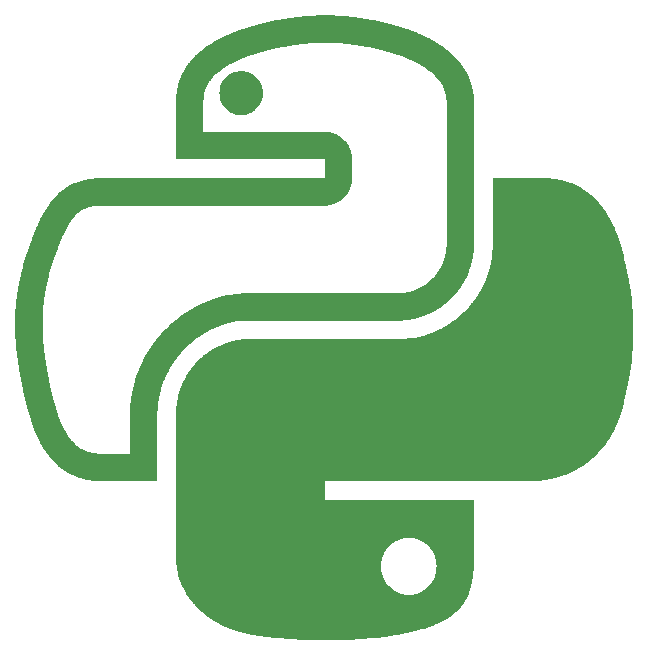
<source format=gto>
G04 pcbflow Gerber RS-274X export*
G75*
%MOMM*%
%FSLAX34Y34*%
%LPD*%
%INTop Silkscreen*%
%IPPOS*%
%AMOC8*
5,1,8,0,0,1.08239X$1,22.5*%
G01*
%ADD10C,0.010000*%
%TF.FileFunction,Legend,Top*%G36*
X0349790Y0080990D02*
X0349390Y0080998D01*
X0349390Y0084190D01*
X0348990Y0084199D01*
X0348990Y0088990D01*
X0348590Y0089000D01*
X0348590Y0213800D01*
X0348990Y0213810D01*
X0348990Y0219001D01*
X0349390Y0219010D01*
X0349390Y0222202D01*
X0349790Y0222210D01*
X0349790Y0224202D01*
X0350190Y0224210D01*
X0350190Y0226202D01*
X0350590Y0226210D01*
X0350590Y0227801D01*
X0350990Y0227810D01*
X0350990Y0229403D01*
X0351390Y0229410D01*
X0351390Y0230602D01*
X0351790Y0230610D01*
X0351790Y0231802D01*
X0352190Y0231810D01*
X0352191Y0233005D01*
X0352590Y0233010D01*
X0352591Y0234204D01*
X0352990Y0234210D01*
X0352993Y0235007D01*
X0353390Y0235010D01*
X0353390Y0236202D01*
X0353790Y0236210D01*
X0353791Y0237404D01*
X0354190Y0237410D01*
X0354191Y0238204D01*
X0354590Y0238210D01*
X0354590Y0239003D01*
X0354990Y0239010D01*
X0354993Y0239807D01*
X0355390Y0239810D01*
X0355392Y0240606D01*
X0355790Y0240610D01*
X0355791Y0241405D01*
X0356190Y0241410D01*
X0356191Y0242205D01*
X0356590Y0242210D01*
X0356591Y0243005D01*
X0356990Y0243010D01*
X0356991Y0243805D01*
X0357390Y0243810D01*
X0357395Y0244209D01*
X0357790Y0244210D01*
X0357790Y0245003D01*
X0358190Y0245010D01*
X0358191Y0245805D01*
X0358590Y0245810D01*
X0358595Y0246209D01*
X0358990Y0246210D01*
X0358991Y0247005D01*
X0359390Y0247010D01*
X0359395Y0247409D01*
X0359790Y0247410D01*
X0359791Y0248204D01*
X0360190Y0248210D01*
X0360195Y0248609D01*
X0360590Y0248610D01*
X0360592Y0249406D01*
X0360990Y0249410D01*
X0360991Y0249805D01*
X0361390Y0249810D01*
X0361394Y0250208D01*
X0361790Y0250210D01*
X0361793Y0251007D01*
X0362190Y0251010D01*
X0362191Y0251405D01*
X0362590Y0251410D01*
X0362594Y0251808D01*
X0362990Y0251810D01*
X0362992Y0252606D01*
X0363390Y0252610D01*
X0363392Y0253006D01*
X0363790Y0253010D01*
X0363795Y0253409D01*
X0364190Y0253410D01*
X0364192Y0253806D01*
X0364590Y0253810D01*
X0364595Y0254209D01*
X0364990Y0254210D01*
X0364994Y0254608D01*
X0365390Y0254610D01*
X0365392Y0255406D01*
X0365790Y0255410D01*
X0365795Y0255809D01*
X0366190Y0255810D01*
X0366191Y0256205D01*
X0366590Y0256210D01*
X0366594Y0256608D01*
X0366990Y0256610D01*
X0366992Y0257006D01*
X0367390Y0257010D01*
X0367395Y0257409D01*
X0367790Y0257410D01*
X0367791Y0257805D01*
X0368190Y0257810D01*
X0368194Y0258208D01*
X0368590Y0258210D01*
X0368594Y0258608D01*
X0368990Y0258610D01*
X0368992Y0259006D01*
X0369390Y0259010D01*
X0369395Y0259409D01*
X0369790Y0259410D01*
X0369794Y0259808D01*
X0370590Y0259810D01*
X0370592Y0260206D01*
X0370990Y0260210D01*
X0370992Y0260606D01*
X0371390Y0260610D01*
X0371395Y0261009D01*
X0371790Y0261010D01*
X0371791Y0261405D01*
X0372190Y0261410D01*
X0372194Y0261808D01*
X0372990Y0261810D01*
X0372992Y0262206D01*
X0373390Y0262210D01*
X0373392Y0262606D01*
X0373790Y0262610D01*
X0373795Y0263009D01*
X0374190Y0263010D01*
X0374194Y0263408D01*
X0374990Y0263410D01*
X0374991Y0263805D01*
X0375390Y0263810D01*
X0375396Y0264209D01*
X0376190Y0264210D01*
X0376192Y0264606D01*
X0376590Y0264610D01*
X0376595Y0265009D01*
X0376990Y0265010D01*
X0376994Y0265408D01*
X0377790Y0265410D01*
X0377797Y0265810D01*
X0378590Y0265810D01*
X0378591Y0266205D01*
X0378990Y0266210D01*
X0378993Y0266607D01*
X0379790Y0266610D01*
X0379791Y0267005D01*
X0380190Y0267010D01*
X0380194Y0267408D01*
X0380990Y0267410D01*
X0380993Y0267807D01*
X0381790Y0267810D01*
X0381797Y0268210D01*
X0382590Y0268210D01*
X0382596Y0268609D01*
X0383390Y0268610D01*
X0383396Y0269009D01*
X0384190Y0269010D01*
X0384196Y0269409D01*
X0384990Y0269410D01*
X0384996Y0269809D01*
X0385790Y0269810D01*
X0385796Y0270209D01*
X0386590Y0270210D01*
X0386596Y0270609D01*
X0387790Y0270610D01*
X0387794Y0271008D01*
X0388590Y0271010D01*
X0388597Y0271410D01*
X0389390Y0271410D01*
X0389396Y0271809D01*
X0390590Y0271810D01*
X0390596Y0272209D01*
X0391790Y0272210D01*
X0391795Y0272609D01*
X0392990Y0272610D01*
X0392998Y0273010D01*
X0394190Y0273010D01*
X0394198Y0273410D01*
X0395790Y0273410D01*
X0395794Y0273808D01*
X0396990Y0273810D01*
X0396997Y0274210D01*
X0398990Y0274210D01*
X0398996Y0274609D01*
X0400990Y0274610D01*
X0400999Y0275010D01*
X0403790Y0275010D01*
X0403799Y0275410D01*
X0408190Y0275410D01*
X0408200Y0275810D01*
X0542400Y0275810D01*
X0542400Y0155390D01*
X0475010Y0155390D01*
X0475010Y0139410D01*
X0542400Y0139408D01*
X0542400Y0106990D01*
X0541410Y0106990D01*
X0541402Y0106590D01*
X0539410Y0106590D01*
X0539405Y0106191D01*
X0538210Y0106190D01*
X0538206Y0105792D01*
X0537410Y0105790D01*
X0537403Y0105390D01*
X0536610Y0105390D01*
X0536604Y0104991D01*
X0535410Y0104990D01*
X0535405Y0104591D01*
X0534610Y0104590D01*
X0534609Y0104195D01*
X0534210Y0104190D01*
X0534206Y0103792D01*
X0533410Y0103790D01*
X0533409Y0103395D01*
X0533010Y0103390D01*
X0533004Y0102991D01*
X0532210Y0102990D01*
X0532208Y0102594D01*
X0531810Y0102590D01*
X0531805Y0102191D01*
X0531410Y0102190D01*
X0531406Y0101792D01*
X0530610Y0101790D01*
X0530608Y0101394D01*
X0530210Y0101390D01*
X0530208Y0100994D01*
X0529810Y0100990D01*
X0529805Y0100591D01*
X0529410Y0100590D01*
X0529408Y0100194D01*
X0529010Y0100190D01*
X0529005Y0099791D01*
X0528610Y0099790D01*
X0528606Y0099392D01*
X0528210Y0099390D01*
X0528207Y0098993D01*
X0527810Y0098990D01*
X0527808Y0098194D01*
X0527410Y0098190D01*
X0527409Y0097795D01*
X0527010Y0097790D01*
X0527006Y0097392D01*
X0526610Y0097390D01*
X0526608Y0096594D01*
X0526210Y0096590D01*
X0526205Y0096191D01*
X0525810Y0096190D01*
X0525809Y0095396D01*
X0525410Y0095390D01*
X0525410Y0094597D01*
X0525010Y0094590D01*
X0525008Y0093794D01*
X0524610Y0093790D01*
X0524609Y0092995D01*
X0524210Y0092990D01*
X0524207Y0092193D01*
X0523810Y0092190D01*
X0523809Y0090996D01*
X0523410Y0090990D01*
X0523410Y0089398D01*
X0523010Y0089390D01*
X0523009Y0087795D01*
X0522610Y0087790D01*
X0522610Y0084599D01*
X0522210Y0084590D01*
X0522210Y0081810D01*
X0522610Y0081802D01*
X0522610Y0078610D01*
X0523010Y0078602D01*
X0523010Y0077010D01*
X0523409Y0077004D01*
X0523410Y0075810D01*
X0523809Y0075804D01*
X0523810Y0074610D01*
X0524209Y0074604D01*
X0524210Y0073410D01*
X0524609Y0073405D01*
X0524610Y0072610D01*
X0525010Y0072603D01*
X0525010Y0071810D01*
X0525405Y0071809D01*
X0525410Y0071410D01*
X0525808Y0071406D01*
X0525810Y0070610D01*
X0526210Y0070603D01*
X0526210Y0069810D01*
X0526605Y0069809D01*
X0526610Y0069410D01*
X0527009Y0069404D01*
X0527010Y0068610D01*
X0527406Y0068608D01*
X0527410Y0068210D01*
X0527809Y0068205D01*
X0527810Y0067810D01*
X0528207Y0067807D01*
X0528210Y0067410D01*
X0528606Y0067408D01*
X0528610Y0067010D01*
X0529006Y0067008D01*
X0529010Y0066610D01*
X0529409Y0066605D01*
X0529410Y0066210D01*
X0529805Y0066209D01*
X0529810Y0065810D01*
X0530208Y0065806D01*
X0530210Y0065410D01*
X0530605Y0065409D01*
X0530610Y0065010D01*
X0531008Y0065006D01*
X0531010Y0064610D01*
X0531405Y0064609D01*
X0531410Y0064210D01*
X0531808Y0064206D01*
X0531810Y0063810D01*
X0532606Y0063808D01*
X0532610Y0063410D01*
X0533009Y0063405D01*
X0533010Y0063010D01*
X0533805Y0063009D01*
X0533810Y0062610D01*
X0534209Y0062605D01*
X0534210Y0062210D01*
X0535005Y0062209D01*
X0535010Y0061810D01*
X0535807Y0061807D01*
X0535810Y0061410D01*
X0537003Y0061410D01*
X0537010Y0061010D01*
X0537803Y0061010D01*
X0537810Y0060610D01*
X0538606Y0060608D01*
X0538610Y0060210D01*
X0540201Y0060210D01*
X0540210Y0059810D01*
X0541802Y0059810D01*
X0541810Y0059410D01*
X0542400Y0059410D01*
X0542400Y0026590D01*
X0542210Y0026590D01*
X0542201Y0026190D01*
X0540210Y0026190D01*
X0540204Y0025791D01*
X0538210Y0025790D01*
X0538202Y0025390D01*
X0535410Y0025390D01*
X0535402Y0024990D01*
X0533010Y0024990D01*
X0533003Y0024590D01*
X0530610Y0024590D01*
X0530601Y0024190D01*
X0528210Y0024190D01*
X0528201Y0023790D01*
X0525010Y0023790D01*
X0525003Y0023390D01*
X0522210Y0023390D01*
X0522201Y0022990D01*
X0518210Y0022990D01*
X0518201Y0022590D01*
X0514610Y0022590D01*
X0514601Y0022190D01*
X0510610Y0022190D01*
X0510601Y0021790D01*
X0506210Y0021790D01*
X0506201Y0021390D01*
X0500210Y0021390D01*
X0500200Y0020990D01*
X0491810Y0020990D01*
X0491800Y0020590D01*
X0459800Y0020590D01*
X0459790Y0020990D01*
X0451000Y0020990D01*
X0450990Y0021390D01*
X0444999Y0021390D01*
X0444990Y0021790D01*
X0440599Y0021790D01*
X0440590Y0022190D01*
X0436199Y0022190D01*
X0436190Y0022590D01*
X0432599Y0022590D01*
X0432590Y0022990D01*
X0428998Y0022990D01*
X0428990Y0023390D01*
X0425399Y0023390D01*
X0425390Y0023790D01*
X0422599Y0023790D01*
X0422590Y0024190D01*
X0419799Y0024190D01*
X0419790Y0024590D01*
X0416999Y0024590D01*
X0416990Y0024990D01*
X0414598Y0024990D01*
X0414590Y0025390D01*
X0411799Y0025390D01*
X0411790Y0025790D01*
X0409398Y0025790D01*
X0409390Y0026190D01*
X0407798Y0026190D01*
X0407790Y0026590D01*
X0406198Y0026590D01*
X0406190Y0026990D01*
X0404598Y0026990D01*
X0404590Y0027390D01*
X0402999Y0027390D01*
X0402990Y0027790D01*
X0401397Y0027790D01*
X0401390Y0028190D01*
X0400198Y0028190D01*
X0400190Y0028590D01*
X0398995Y0028591D01*
X0398990Y0028990D01*
X0397798Y0028990D01*
X0397790Y0029390D01*
X0396594Y0029392D01*
X0396590Y0029790D01*
X0395397Y0029790D01*
X0395390Y0030190D01*
X0394593Y0030193D01*
X0394590Y0030590D01*
X0393397Y0030590D01*
X0393390Y0030990D01*
X0392597Y0030990D01*
X0392590Y0031390D01*
X0391794Y0031392D01*
X0391790Y0031790D01*
X0390596Y0031791D01*
X0390590Y0032190D01*
X0389796Y0032191D01*
X0389790Y0032590D01*
X0388997Y0032590D01*
X0388990Y0032990D01*
X0388193Y0032993D01*
X0388190Y0033390D01*
X0387394Y0033392D01*
X0387390Y0033790D01*
X0386595Y0033791D01*
X0386590Y0034190D01*
X0385795Y0034191D01*
X0385790Y0034590D01*
X0384995Y0034591D01*
X0384990Y0034990D01*
X0384195Y0034991D01*
X0384190Y0035390D01*
X0383395Y0035391D01*
X0383390Y0035790D01*
X0382991Y0035795D01*
X0382990Y0036190D01*
X0382197Y0036190D01*
X0382190Y0036590D01*
X0381395Y0036591D01*
X0381390Y0036990D01*
X0380991Y0036995D01*
X0380990Y0037390D01*
X0380195Y0037391D01*
X0380190Y0037790D01*
X0379791Y0037795D01*
X0379790Y0038190D01*
X0378995Y0038191D01*
X0378990Y0038590D01*
X0378591Y0038595D01*
X0378590Y0038990D01*
X0377796Y0038991D01*
X0377790Y0039390D01*
X0377391Y0039395D01*
X0377390Y0039790D01*
X0376594Y0039792D01*
X0376590Y0040190D01*
X0376191Y0040195D01*
X0376190Y0040590D01*
X0375394Y0040592D01*
X0375390Y0040990D01*
X0374995Y0040991D01*
X0374990Y0041390D01*
X0374592Y0041394D01*
X0374590Y0041790D01*
X0373793Y0041793D01*
X0373790Y0042190D01*
X0373394Y0042192D01*
X0373390Y0042590D01*
X0372995Y0042591D01*
X0372990Y0042990D01*
X0372592Y0042994D01*
X0372590Y0043390D01*
X0372192Y0043394D01*
X0372190Y0043790D01*
X0371393Y0043793D01*
X0371390Y0044190D01*
X0370994Y0044192D01*
X0370990Y0044590D01*
X0370591Y0044595D01*
X0370590Y0044990D01*
X0370194Y0044992D01*
X0370190Y0045390D01*
X0369791Y0045395D01*
X0369790Y0045790D01*
X0369395Y0045791D01*
X0369390Y0046190D01*
X0368992Y0046194D01*
X0368990Y0046590D01*
X0368592Y0046594D01*
X0368590Y0046990D01*
X0367794Y0046992D01*
X0367790Y0047390D01*
X0367391Y0047395D01*
X0367390Y0047790D01*
X0366992Y0047794D01*
X0366990Y0048190D01*
X0366593Y0048193D01*
X0366590Y0048990D01*
X0366194Y0048992D01*
X0366190Y0049390D01*
X0365795Y0049391D01*
X0365790Y0049790D01*
X0365392Y0049794D01*
X0365390Y0050190D01*
X0364994Y0050192D01*
X0364990Y0050590D01*
X0364591Y0050595D01*
X0364590Y0050990D01*
X0364194Y0050992D01*
X0364190Y0051390D01*
X0363791Y0051395D01*
X0363790Y0051790D01*
X0363392Y0051794D01*
X0363390Y0052190D01*
X0362992Y0052194D01*
X0362990Y0052990D01*
X0362594Y0052992D01*
X0362590Y0053390D01*
X0362194Y0053392D01*
X0362190Y0053790D01*
X0361791Y0053795D01*
X0361790Y0054190D01*
X0361392Y0054194D01*
X0361390Y0054990D01*
X0360994Y0054992D01*
X0360990Y0055390D01*
X0360591Y0055395D01*
X0360590Y0055790D01*
X0360192Y0055794D01*
X0360190Y0056590D01*
X0359795Y0056591D01*
X0359790Y0056990D01*
X0359391Y0056996D01*
X0359390Y0057790D01*
X0358995Y0057791D01*
X0358990Y0058190D01*
X0358591Y0058195D01*
X0358590Y0058990D01*
X0358195Y0058991D01*
X0358190Y0059390D01*
X0357792Y0059394D01*
X0357790Y0060190D01*
X0357390Y0060197D01*
X0357390Y0060990D01*
X0356995Y0060991D01*
X0356990Y0061390D01*
X0356591Y0061395D01*
X0356590Y0062190D01*
X0356191Y0062195D01*
X0356190Y0062990D01*
X0355791Y0062995D01*
X0355790Y0063790D01*
X0355391Y0063795D01*
X0355390Y0064590D01*
X0354992Y0064594D01*
X0354990Y0065390D01*
X0354593Y0065393D01*
X0354590Y0066190D01*
X0354190Y0066197D01*
X0354190Y0066990D01*
X0353791Y0066996D01*
X0353790Y0067790D01*
X0353391Y0067796D01*
X0353390Y0068990D01*
X0352993Y0068993D01*
X0352990Y0069790D01*
X0352590Y0069797D01*
X0352590Y0070990D01*
X0352193Y0070993D01*
X0352190Y0071790D01*
X0351791Y0071796D01*
X0351790Y0072990D01*
X0351390Y0072999D01*
X0351390Y0074590D01*
X0350992Y0074594D01*
X0350990Y0075790D01*
X0350590Y0075798D01*
X0350590Y0077390D01*
X0350190Y0077398D01*
X0350190Y0078990D01*
X0349791Y0078996D01*
X0349790Y0080990D01*
G37*

G36*
X0544590Y0275810D02*
X0544598Y0276210D01*
X0547790Y0276210D01*
X0547799Y0276610D01*
X0550590Y0276610D01*
X0550598Y0277010D01*
X0552990Y0277010D01*
X0552998Y0277410D01*
X0554990Y0277410D01*
X0554994Y0277808D01*
X0556190Y0277810D01*
X0556197Y0278210D01*
X0557790Y0278210D01*
X0557799Y0278610D01*
X0559390Y0278610D01*
X0559396Y0279009D01*
X0560590Y0279010D01*
X0560594Y0279408D01*
X0561790Y0279410D01*
X0561798Y0279810D01*
X0562990Y0279810D01*
X0562997Y0280210D01*
X0564190Y0280210D01*
X0564193Y0280607D01*
X0564990Y0280610D01*
X0564997Y0281010D01*
X0566190Y0281010D01*
X0566193Y0281407D01*
X0566990Y0281410D01*
X0566996Y0281809D01*
X0568190Y0281810D01*
X0568194Y0282208D01*
X0568990Y0282210D01*
X0568993Y0282607D01*
X0569790Y0282610D01*
X0569797Y0283010D01*
X0570590Y0283010D01*
X0570596Y0283409D01*
X0571390Y0283410D01*
X0571395Y0283809D01*
X0572590Y0283810D01*
X0572595Y0284209D01*
X0573390Y0284210D01*
X0573391Y0284605D01*
X0573790Y0284610D01*
X0573795Y0285009D01*
X0574590Y0285010D01*
X0574594Y0285408D01*
X0575390Y0285410D01*
X0575397Y0285810D01*
X0576190Y0285810D01*
X0576196Y0286209D01*
X0576990Y0286210D01*
X0576991Y0286605D01*
X0577390Y0286610D01*
X0577393Y0287007D01*
X0578190Y0287010D01*
X0578191Y0287405D01*
X0578590Y0287410D01*
X0578594Y0287808D01*
X0579390Y0287810D01*
X0579397Y0288210D01*
X0580190Y0288210D01*
X0580191Y0288605D01*
X0580590Y0288610D01*
X0580594Y0289008D01*
X0581390Y0289010D01*
X0581391Y0289405D01*
X0581790Y0289410D01*
X0581796Y0289809D01*
X0582590Y0289810D01*
X0582592Y0290206D01*
X0582990Y0290210D01*
X0582995Y0290609D01*
X0583390Y0290610D01*
X0583394Y0291008D01*
X0584190Y0291010D01*
X0584192Y0291406D01*
X0584590Y0291410D01*
X0584595Y0291809D01*
X0584990Y0291810D01*
X0584993Y0292207D01*
X0585790Y0292210D01*
X0585792Y0292606D01*
X0586190Y0292610D01*
X0586191Y0293005D01*
X0586590Y0293010D01*
X0586594Y0293408D01*
X0587390Y0293410D01*
X0587392Y0293806D01*
X0587790Y0293810D01*
X0587795Y0294209D01*
X0588190Y0294210D01*
X0588192Y0294606D01*
X0588590Y0294610D01*
X0588595Y0295009D01*
X0588990Y0295010D01*
X0588992Y0295406D01*
X0589390Y0295410D01*
X0589395Y0295809D01*
X0589790Y0295810D01*
X0589794Y0296208D01*
X0590590Y0296210D01*
X0590593Y0296607D01*
X0590990Y0296610D01*
X0590991Y0297005D01*
X0591390Y0297010D01*
X0591393Y0297407D01*
X0591790Y0297410D01*
X0591792Y0297806D01*
X0592190Y0297810D01*
X0592191Y0298205D01*
X0592590Y0298210D01*
X0592594Y0298608D01*
X0592990Y0298610D01*
X0592993Y0299007D01*
X0593390Y0299010D01*
X0593392Y0299406D01*
X0593790Y0299410D01*
X0593791Y0299805D01*
X0594190Y0299810D01*
X0594194Y0300208D01*
X0594590Y0300210D01*
X0594592Y0300606D01*
X0594990Y0300610D01*
X0594995Y0301009D01*
X0595390Y0301010D01*
X0595391Y0301405D01*
X0595790Y0301410D01*
X0595794Y0301808D01*
X0596190Y0301810D01*
X0596194Y0302208D01*
X0596590Y0302210D01*
X0596593Y0303007D01*
X0596990Y0303010D01*
X0596992Y0303406D01*
X0597390Y0303410D01*
X0597391Y0303805D01*
X0597790Y0303810D01*
X0597794Y0304208D01*
X0598190Y0304210D01*
X0598191Y0304605D01*
X0598590Y0304610D01*
X0598594Y0305008D01*
X0598990Y0305010D01*
X0598992Y0305806D01*
X0599390Y0305810D01*
X0599395Y0306209D01*
X0599790Y0306210D01*
X0599794Y0306608D01*
X0600190Y0306610D01*
X0600194Y0307008D01*
X0600590Y0307010D01*
X0600592Y0307806D01*
X0600990Y0307810D01*
X0600991Y0308205D01*
X0601390Y0308210D01*
X0601394Y0308608D01*
X0601790Y0308610D01*
X0601793Y0309407D01*
X0602190Y0309410D01*
X0602191Y0309805D01*
X0602590Y0309810D01*
X0602594Y0310208D01*
X0602990Y0310210D01*
X0602991Y0311004D01*
X0603390Y0311010D01*
X0603395Y0311409D01*
X0603790Y0311410D01*
X0603792Y0312206D01*
X0604190Y0312210D01*
X0604195Y0312609D01*
X0604590Y0312610D01*
X0604590Y0313403D01*
X0604990Y0313410D01*
X0604992Y0314206D01*
X0605390Y0314210D01*
X0605395Y0314609D01*
X0605790Y0314610D01*
X0605790Y0315403D01*
X0606190Y0315410D01*
X0606192Y0316206D01*
X0606590Y0316210D01*
X0606595Y0316609D01*
X0606990Y0316610D01*
X0606990Y0317403D01*
X0607390Y0317410D01*
X0607391Y0318205D01*
X0607790Y0318210D01*
X0607793Y0319007D01*
X0608190Y0319010D01*
X0608191Y0319804D01*
X0608590Y0319810D01*
X0608590Y0320603D01*
X0608990Y0320610D01*
X0608992Y0321406D01*
X0609390Y0321410D01*
X0609391Y0322205D01*
X0609790Y0322210D01*
X0609790Y0323003D01*
X0610190Y0323010D01*
X0610191Y0323805D01*
X0610590Y0323810D01*
X0610591Y0325005D01*
X0610990Y0325010D01*
X0610990Y0325803D01*
X0611390Y0325810D01*
X0611392Y0326606D01*
X0611790Y0326610D01*
X0611790Y0327802D01*
X0612190Y0327810D01*
X0612192Y0329006D01*
X0612590Y0329010D01*
X0612591Y0330204D01*
X0612990Y0330210D01*
X0612993Y0331007D01*
X0613390Y0331010D01*
X0613390Y0332603D01*
X0613790Y0332610D01*
X0613792Y0333806D01*
X0614190Y0333810D01*
X0614190Y0335402D01*
X0614590Y0335410D01*
X0614590Y0337001D01*
X0614990Y0337010D01*
X0614990Y0338602D01*
X0615390Y0338610D01*
X0615390Y0340601D01*
X0615790Y0340610D01*
X0615790Y0342602D01*
X0616190Y0342610D01*
X0616190Y0345401D01*
X0616590Y0345410D01*
X0616590Y0351001D01*
X0616990Y0351010D01*
X0616996Y0411809D01*
X0666200Y0411810D01*
X0666210Y0411410D01*
X0669801Y0411410D01*
X0669810Y0411010D01*
X0672601Y0411010D01*
X0672610Y0410610D01*
X0674602Y0410610D01*
X0674610Y0410210D01*
X0676202Y0410210D01*
X0676210Y0409810D01*
X0677802Y0409810D01*
X0677810Y0409410D01*
X0679006Y0409408D01*
X0679010Y0409010D01*
X0680602Y0409010D01*
X0680610Y0408610D01*
X0681806Y0408608D01*
X0681810Y0408210D01*
X0683004Y0408209D01*
X0683010Y0407810D01*
X0683807Y0407807D01*
X0683810Y0407410D01*
X0685003Y0407410D01*
X0685010Y0407010D01*
X0685803Y0407010D01*
X0685810Y0406610D01*
X0686606Y0406608D01*
X0686610Y0406210D01*
X0687804Y0406209D01*
X0687810Y0405810D01*
X0688607Y0405807D01*
X0688610Y0405410D01*
X0689009Y0405405D01*
X0689010Y0405010D01*
X0689804Y0405009D01*
X0689810Y0404610D01*
X0690603Y0404610D01*
X0690610Y0404210D01*
X0691406Y0404208D01*
X0691410Y0403810D01*
X0692205Y0403809D01*
X0692210Y0403410D01*
X0692609Y0403405D01*
X0692610Y0403010D01*
X0693405Y0403009D01*
X0693410Y0402610D01*
X0693809Y0402605D01*
X0693810Y0402210D01*
X0694605Y0402209D01*
X0694610Y0401810D01*
X0695009Y0401805D01*
X0695010Y0401410D01*
X0695804Y0401409D01*
X0695810Y0401010D01*
X0696209Y0401005D01*
X0696210Y0400610D01*
X0697006Y0400608D01*
X0697010Y0400210D01*
X0697405Y0400209D01*
X0697410Y0399810D01*
X0697808Y0399806D01*
X0697810Y0399410D01*
X0698606Y0399408D01*
X0698610Y0399010D01*
X0699006Y0399008D01*
X0699010Y0398610D01*
X0699406Y0398608D01*
X0699410Y0398210D01*
X0699809Y0398205D01*
X0699810Y0397810D01*
X0700208Y0397806D01*
X0700210Y0397410D01*
X0701006Y0397408D01*
X0701010Y0397010D01*
X0701409Y0397005D01*
X0701410Y0396610D01*
X0701806Y0396608D01*
X0701810Y0396210D01*
X0702209Y0396205D01*
X0702210Y0395810D01*
X0702606Y0395808D01*
X0702610Y0395410D01*
X0703009Y0395405D01*
X0703010Y0395010D01*
X0703405Y0395009D01*
X0703410Y0394610D01*
X0703808Y0394606D01*
X0703810Y0394210D01*
X0704205Y0394209D01*
X0704210Y0393810D01*
X0704608Y0393806D01*
X0704610Y0393410D01*
X0705007Y0393407D01*
X0705010Y0393010D01*
X0705406Y0393008D01*
X0705410Y0392610D01*
X0705809Y0392605D01*
X0705810Y0392210D01*
X0706206Y0392208D01*
X0706210Y0391810D01*
X0706609Y0391805D01*
X0706610Y0391410D01*
X0707008Y0391406D01*
X0707010Y0390610D01*
X0707406Y0390608D01*
X0707410Y0390210D01*
X0707806Y0390208D01*
X0707810Y0389810D01*
X0708205Y0389809D01*
X0708210Y0389410D01*
X0708608Y0389406D01*
X0708610Y0389010D01*
X0709008Y0389006D01*
X0709010Y0388210D01*
X0709406Y0388208D01*
X0709410Y0387810D01*
X0709809Y0387805D01*
X0709810Y0387410D01*
X0710208Y0387406D01*
X0710210Y0386610D01*
X0710606Y0386608D01*
X0710610Y0386210D01*
X0711009Y0386205D01*
X0711010Y0385810D01*
X0711408Y0385806D01*
X0711410Y0385010D01*
X0711805Y0385009D01*
X0711810Y0384610D01*
X0712209Y0384604D01*
X0712210Y0383810D01*
X0712605Y0383809D01*
X0712610Y0383410D01*
X0713009Y0383405D01*
X0713010Y0382610D01*
X0713405Y0382609D01*
X0713410Y0382210D01*
X0713809Y0382205D01*
X0713810Y0381410D01*
X0714205Y0381409D01*
X0714210Y0381010D01*
X0714608Y0381006D01*
X0714610Y0380210D01*
X0715010Y0380203D01*
X0715010Y0379410D01*
X0715405Y0379409D01*
X0715410Y0379010D01*
X0715809Y0379005D01*
X0715810Y0378210D01*
X0716209Y0378205D01*
X0716210Y0377410D01*
X0716608Y0377406D01*
X0716610Y0376610D01*
X0717010Y0376603D01*
X0717010Y0375810D01*
X0717409Y0375804D01*
X0717410Y0375010D01*
X0717805Y0375009D01*
X0717810Y0374610D01*
X0718209Y0374605D01*
X0718210Y0373410D01*
X0718609Y0373405D01*
X0718610Y0372610D01*
X0719009Y0372605D01*
X0719010Y0371810D01*
X0719408Y0371806D01*
X0719410Y0371010D01*
X0719807Y0371007D01*
X0719810Y0370210D01*
X0720210Y0370203D01*
X0720210Y0369410D01*
X0720609Y0369404D01*
X0720610Y0368610D01*
X0721009Y0368604D01*
X0721010Y0367410D01*
X0721407Y0367407D01*
X0721410Y0366610D01*
X0721809Y0366604D01*
X0721810Y0365410D01*
X0722207Y0365407D01*
X0722210Y0364610D01*
X0722609Y0364604D01*
X0722610Y0363410D01*
X0723009Y0363405D01*
X0723010Y0362210D01*
X0723410Y0362202D01*
X0723410Y0361010D01*
X0723810Y0361002D01*
X0723810Y0359810D01*
X0724210Y0359803D01*
X0724210Y0358610D01*
X0724607Y0358607D01*
X0724610Y0357810D01*
X0725010Y0357803D01*
X0725010Y0356210D01*
X0725408Y0356206D01*
X0725410Y0355010D01*
X0725810Y0355003D01*
X0725810Y0353410D01*
X0726208Y0353406D01*
X0726210Y0352210D01*
X0726610Y0352203D01*
X0726610Y0350610D01*
X0727010Y0350601D01*
X0727010Y0349010D01*
X0727410Y0349002D01*
X0727410Y0347410D01*
X0727810Y0347402D01*
X0727810Y0345810D01*
X0728210Y0345802D01*
X0728210Y0343810D01*
X0728610Y0343803D01*
X0728610Y0342210D01*
X0729010Y0342201D01*
X0729010Y0340610D01*
X0729410Y0340602D01*
X0729410Y0339010D01*
X0729810Y0339002D01*
X0729810Y0337010D01*
X0730210Y0337001D01*
X0730210Y0335010D01*
X0730610Y0335002D01*
X0730610Y0333010D01*
X0731010Y0333003D01*
X0731010Y0331010D01*
X0731409Y0331004D01*
X0731410Y0329010D01*
X0731810Y0329001D01*
X0731810Y0327010D01*
X0732210Y0327002D01*
X0732210Y0324610D01*
X0732609Y0324604D01*
X0732610Y0322610D01*
X0733010Y0322602D01*
X0733010Y0320210D01*
X0733410Y0320203D01*
X0733410Y0317810D01*
X0733810Y0317801D01*
X0733810Y0315010D01*
X0734210Y0315001D01*
X0734210Y0312210D01*
X0734610Y0312201D01*
X0734610Y0309010D01*
X0735010Y0309001D01*
X0735010Y0305410D01*
X0735410Y0305401D01*
X0735410Y0301410D01*
X0735810Y0301400D01*
X0735810Y0296210D01*
X0736210Y0296200D01*
X0736210Y0271000D01*
X0735810Y0270990D01*
X0735810Y0265399D01*
X0735410Y0265390D01*
X0735410Y0261798D01*
X0735010Y0261790D01*
X0735010Y0258199D01*
X0734610Y0258190D01*
X0734610Y0254599D01*
X0734210Y0254590D01*
X0734210Y0251799D01*
X0733810Y0251790D01*
X0733810Y0249397D01*
X0733410Y0249390D01*
X0733410Y0246998D01*
X0733010Y0246990D01*
X0733010Y0244598D01*
X0732610Y0244590D01*
X0732610Y0242198D01*
X0732210Y0242190D01*
X0732210Y0240198D01*
X0731810Y0240190D01*
X0731810Y0237798D01*
X0731410Y0237790D01*
X0731409Y0236195D01*
X0731010Y0236190D01*
X0731010Y0234198D01*
X0730610Y0234190D01*
X0730610Y0232199D01*
X0730210Y0232190D01*
X0730210Y0230197D01*
X0729810Y0230190D01*
X0729810Y0228198D01*
X0729410Y0228190D01*
X0729410Y0226598D01*
X0729010Y0226590D01*
X0729010Y0224998D01*
X0728610Y0224990D01*
X0728610Y0223398D01*
X0728210Y0223390D01*
X0728210Y0221398D01*
X0727810Y0221390D01*
X0727810Y0219798D01*
X0727410Y0219790D01*
X0727410Y0218199D01*
X0727010Y0218190D01*
X0727010Y0216597D01*
X0726610Y0216590D01*
X0726608Y0215394D01*
X0726210Y0215390D01*
X0726210Y0213797D01*
X0725810Y0213790D01*
X0725810Y0212597D01*
X0725410Y0212590D01*
X0725410Y0211398D01*
X0725010Y0211390D01*
X0725010Y0210198D01*
X0724610Y0210190D01*
X0724609Y0208995D01*
X0724210Y0208990D01*
X0724209Y0207796D01*
X0723810Y0207790D01*
X0723807Y0206993D01*
X0723410Y0206990D01*
X0723410Y0205798D01*
X0723010Y0205790D01*
X0723009Y0204596D01*
X0722610Y0204590D01*
X0722610Y0203797D01*
X0722210Y0203790D01*
X0722207Y0202993D01*
X0721810Y0202990D01*
X0721808Y0202194D01*
X0721410Y0202190D01*
X0721409Y0200996D01*
X0721010Y0200990D01*
X0721009Y0200196D01*
X0720610Y0200190D01*
X0720610Y0199397D01*
X0720210Y0199390D01*
X0720207Y0198593D01*
X0719810Y0198590D01*
X0719808Y0197794D01*
X0719410Y0197790D01*
X0719409Y0196995D01*
X0719010Y0196990D01*
X0719005Y0196591D01*
X0718610Y0196590D01*
X0718610Y0195797D01*
X0718210Y0195790D01*
X0718209Y0194995D01*
X0717810Y0194990D01*
X0717807Y0194193D01*
X0717410Y0194190D01*
X0717409Y0193395D01*
X0717010Y0193390D01*
X0717005Y0192991D01*
X0716610Y0192990D01*
X0716610Y0192197D01*
X0716210Y0192190D01*
X0716209Y0191395D01*
X0715810Y0191390D01*
X0715805Y0190991D01*
X0715410Y0190990D01*
X0715409Y0190195D01*
X0715010Y0190190D01*
X0715005Y0189791D01*
X0714610Y0189790D01*
X0714609Y0188996D01*
X0714210Y0188990D01*
X0714205Y0188591D01*
X0713810Y0188590D01*
X0713808Y0187794D01*
X0713410Y0187790D01*
X0713409Y0187395D01*
X0713010Y0187390D01*
X0713006Y0186992D01*
X0712610Y0186990D01*
X0712607Y0186193D01*
X0712210Y0186190D01*
X0712209Y0185795D01*
X0711810Y0185790D01*
X0711806Y0185392D01*
X0711410Y0185390D01*
X0711408Y0184594D01*
X0711010Y0184590D01*
X0711009Y0184195D01*
X0710610Y0184190D01*
X0710606Y0183792D01*
X0710210Y0183790D01*
X0710206Y0183392D01*
X0709810Y0183390D01*
X0709807Y0182593D01*
X0709410Y0182590D01*
X0709408Y0182194D01*
X0709010Y0182190D01*
X0709005Y0181791D01*
X0708610Y0181790D01*
X0708609Y0181395D01*
X0708210Y0181390D01*
X0708206Y0180992D01*
X0707810Y0180990D01*
X0707806Y0180592D01*
X0707410Y0180590D01*
X0707408Y0180194D01*
X0707010Y0180190D01*
X0707005Y0179791D01*
X0706610Y0179790D01*
X0706609Y0179395D01*
X0706210Y0179390D01*
X0706206Y0178992D01*
X0705810Y0178990D01*
X0705807Y0178193D01*
X0705410Y0178190D01*
X0705409Y0177795D01*
X0705010Y0177790D01*
X0705005Y0177391D01*
X0704210Y0177390D01*
X0704208Y0176994D01*
X0703810Y0176990D01*
X0703808Y0176594D01*
X0703410Y0176590D01*
X0703405Y0176191D01*
X0703010Y0176190D01*
X0703009Y0175795D01*
X0702610Y0175790D01*
X0702606Y0175392D01*
X0702210Y0175390D01*
X0702208Y0174994D01*
X0701810Y0174990D01*
X0701805Y0174591D01*
X0701410Y0174590D01*
X0701409Y0174195D01*
X0701010Y0174190D01*
X0701006Y0173792D01*
X0700610Y0173790D01*
X0700607Y0173393D01*
X0699810Y0173390D01*
X0699808Y0172994D01*
X0699410Y0172990D01*
X0699409Y0172595D01*
X0699010Y0172590D01*
X0699006Y0172192D01*
X0698610Y0172190D01*
X0698607Y0171793D01*
X0697810Y0171790D01*
X0697808Y0171394D01*
X0697410Y0171390D01*
X0697409Y0170995D01*
X0697010Y0170990D01*
X0697005Y0170591D01*
X0696210Y0170590D01*
X0696208Y0170194D01*
X0695810Y0170190D01*
X0695809Y0169795D01*
X0695410Y0169790D01*
X0695406Y0169392D01*
X0694610Y0169390D01*
X0694609Y0168995D01*
X0694210Y0168990D01*
X0694206Y0168592D01*
X0693410Y0168590D01*
X0693409Y0168195D01*
X0693010Y0168190D01*
X0693007Y0167793D01*
X0692210Y0167790D01*
X0692204Y0167391D01*
X0691410Y0167390D01*
X0691409Y0166995D01*
X0691010Y0166990D01*
X0691005Y0166591D01*
X0690210Y0166590D01*
X0690203Y0166190D01*
X0689410Y0166190D01*
X0689409Y0165795D01*
X0689010Y0165790D01*
X0689005Y0165391D01*
X0688210Y0165390D01*
X0688206Y0164992D01*
X0687410Y0164990D01*
X0687407Y0164593D01*
X0686610Y0164590D01*
X0686603Y0164190D01*
X0685810Y0164190D01*
X0685804Y0163791D01*
X0685010Y0163790D01*
X0685006Y0163392D01*
X0684210Y0163390D01*
X0684207Y0162993D01*
X0683410Y0162990D01*
X0683403Y0162590D01*
X0682610Y0162590D01*
X0682604Y0162191D01*
X0681810Y0162190D01*
X0681805Y0161791D01*
X0680610Y0161790D01*
X0680607Y0161393D01*
X0679810Y0161390D01*
X0679804Y0160991D01*
X0678610Y0160990D01*
X0678602Y0160590D01*
X0677410Y0160590D01*
X0677407Y0160193D01*
X0676610Y0160190D01*
X0676605Y0159791D01*
X0675410Y0159790D01*
X0675402Y0159390D01*
X0674210Y0159390D01*
X0674203Y0158990D01*
X0672610Y0158990D01*
X0672603Y0158590D01*
X0671410Y0158590D01*
X0671403Y0158190D01*
X0669810Y0158190D01*
X0669801Y0157790D01*
X0668210Y0157790D01*
X0668202Y0157390D01*
X0666610Y0157390D01*
X0666602Y0156990D01*
X0664210Y0156990D01*
X0664201Y0156590D01*
X0661810Y0156590D01*
X0661802Y0156190D01*
X0659010Y0156190D01*
X0659001Y0155790D01*
X0654210Y0155790D01*
X0654200Y0155390D01*
X0542400Y0155390D01*
X0542400Y0275810D01*
X0544590Y0275810D01*
G37*

G36*
X0601407Y0139407D02*
X0601410Y0087000D01*
X0601010Y0086990D01*
X0601010Y0078999D01*
X0600610Y0078990D01*
X0600610Y0075399D01*
X0600210Y0075390D01*
X0600210Y0072598D01*
X0599810Y0072590D01*
X0599810Y0070198D01*
X0599410Y0070190D01*
X0599410Y0068198D01*
X0599010Y0068190D01*
X0599010Y0066599D01*
X0598610Y0066590D01*
X0598610Y0064997D01*
X0598210Y0064990D01*
X0598210Y0063798D01*
X0597810Y0063790D01*
X0597810Y0062598D01*
X0597410Y0062590D01*
X0597409Y0061395D01*
X0597010Y0061390D01*
X0597009Y0060196D01*
X0596610Y0060190D01*
X0596607Y0059393D01*
X0596210Y0059390D01*
X0596209Y0058196D01*
X0595810Y0058190D01*
X0595809Y0057396D01*
X0595410Y0057390D01*
X0595410Y0056597D01*
X0595010Y0056590D01*
X0595007Y0055793D01*
X0594610Y0055790D01*
X0594608Y0054994D01*
X0594210Y0054990D01*
X0594205Y0054591D01*
X0593810Y0054590D01*
X0593810Y0053797D01*
X0593410Y0053790D01*
X0593408Y0052994D01*
X0593010Y0052990D01*
X0593005Y0052591D01*
X0592610Y0052590D01*
X0592607Y0051793D01*
X0592210Y0051790D01*
X0592205Y0051391D01*
X0591810Y0051390D01*
X0591808Y0050594D01*
X0591410Y0050590D01*
X0591409Y0050195D01*
X0591010Y0050190D01*
X0591006Y0049792D01*
X0590610Y0049790D01*
X0590607Y0048993D01*
X0590210Y0048990D01*
X0590208Y0048594D01*
X0589810Y0048590D01*
X0589805Y0048191D01*
X0589410Y0048190D01*
X0589408Y0047794D01*
X0589010Y0047790D01*
X0589005Y0047391D01*
X0588610Y0047390D01*
X0588606Y0046992D01*
X0588210Y0046990D01*
X0588209Y0046195D01*
X0587810Y0046190D01*
X0587805Y0045791D01*
X0587410Y0045790D01*
X0587406Y0045392D01*
X0586610Y0045390D01*
X0586608Y0044994D01*
X0586210Y0044990D01*
X0586205Y0044591D01*
X0585810Y0044590D01*
X0585808Y0044194D01*
X0585410Y0044190D01*
X0585405Y0043791D01*
X0585010Y0043790D01*
X0585008Y0043394D01*
X0584610Y0043390D01*
X0584605Y0042991D01*
X0584210Y0042990D01*
X0584206Y0042592D01*
X0583410Y0042590D01*
X0583408Y0042194D01*
X0583010Y0042190D01*
X0583005Y0041791D01*
X0582610Y0041790D01*
X0582606Y0041392D01*
X0581810Y0041390D01*
X0581808Y0040994D01*
X0581410Y0040990D01*
X0581405Y0040591D01*
X0581010Y0040590D01*
X0581007Y0040193D01*
X0580210Y0040190D01*
X0580209Y0039795D01*
X0579810Y0039790D01*
X0579806Y0039392D01*
X0579010Y0039390D01*
X0579003Y0038990D01*
X0578210Y0038990D01*
X0578209Y0038595D01*
X0577810Y0038590D01*
X0577806Y0038192D01*
X0577010Y0038190D01*
X0577007Y0037793D01*
X0576210Y0037790D01*
X0576203Y0037390D01*
X0575410Y0037390D01*
X0575404Y0036991D01*
X0574610Y0036990D01*
X0574604Y0036591D01*
X0573810Y0036590D01*
X0573804Y0036191D01*
X0573010Y0036190D01*
X0573005Y0035791D01*
X0572210Y0035790D01*
X0572209Y0035395D01*
X0571810Y0035390D01*
X0571805Y0034991D01*
X0570610Y0034990D01*
X0570607Y0034593D01*
X0569810Y0034590D01*
X0569803Y0034190D01*
X0568610Y0034190D01*
X0568606Y0033792D01*
X0567810Y0033790D01*
X0567803Y0033390D01*
X0567010Y0033390D01*
X0567004Y0032991D01*
X0565810Y0032990D01*
X0565805Y0032591D01*
X0564610Y0032590D01*
X0564602Y0032190D01*
X0563410Y0032190D01*
X0563402Y0031790D01*
X0562210Y0031790D01*
X0562207Y0031393D01*
X0561410Y0031390D01*
X0561405Y0030991D01*
X0560210Y0030990D01*
X0560202Y0030590D01*
X0559010Y0030590D01*
X0559003Y0030190D01*
X0557410Y0030190D01*
X0557401Y0029790D01*
X0555810Y0029790D01*
X0555804Y0029391D01*
X0554610Y0029390D01*
X0554601Y0028990D01*
X0553010Y0028990D01*
X0553002Y0028590D01*
X0551410Y0028590D01*
X0551402Y0028190D01*
X0549810Y0028190D01*
X0549802Y0027790D01*
X0547810Y0027790D01*
X0547805Y0027391D01*
X0546210Y0027390D01*
X0546202Y0026990D01*
X0544210Y0026990D01*
X0544204Y0026591D01*
X0542400Y0026590D01*
X0542400Y0059410D01*
X0550190Y0059410D01*
X0550196Y0059809D01*
X0551790Y0059810D01*
X0551799Y0060210D01*
X0553390Y0060210D01*
X0553393Y0060607D01*
X0554190Y0060610D01*
X0554196Y0061009D01*
X0555390Y0061010D01*
X0555395Y0061409D01*
X0556190Y0061410D01*
X0556193Y0061807D01*
X0556990Y0061810D01*
X0556997Y0062210D01*
X0557790Y0062210D01*
X0557791Y0062605D01*
X0558190Y0062610D01*
X0558193Y0063007D01*
X0558990Y0063010D01*
X0558991Y0063405D01*
X0559390Y0063410D01*
X0559394Y0063808D01*
X0560190Y0063810D01*
X0560192Y0064206D01*
X0560590Y0064210D01*
X0560595Y0064609D01*
X0560990Y0064610D01*
X0560992Y0065006D01*
X0561390Y0065010D01*
X0561395Y0065409D01*
X0561790Y0065410D01*
X0561792Y0065806D01*
X0562190Y0065810D01*
X0562195Y0066209D01*
X0562590Y0066210D01*
X0562592Y0066606D01*
X0562990Y0066610D01*
X0562995Y0067009D01*
X0563390Y0067010D01*
X0563394Y0067408D01*
X0563790Y0067410D01*
X0563793Y0067807D01*
X0564190Y0067810D01*
X0564191Y0068205D01*
X0564590Y0068210D01*
X0564594Y0068608D01*
X0564990Y0068610D01*
X0564991Y0069405D01*
X0565390Y0069410D01*
X0565395Y0069809D01*
X0565790Y0069810D01*
X0565791Y0070605D01*
X0566190Y0070610D01*
X0566195Y0071009D01*
X0566590Y0071010D01*
X0566590Y0071803D01*
X0566990Y0071810D01*
X0566993Y0072607D01*
X0567390Y0072610D01*
X0567391Y0073405D01*
X0567790Y0073410D01*
X0567791Y0074604D01*
X0568190Y0074610D01*
X0568193Y0075407D01*
X0568590Y0075410D01*
X0568590Y0077003D01*
X0568990Y0077010D01*
X0568990Y0078603D01*
X0569390Y0078610D01*
X0569390Y0082601D01*
X0569790Y0082610D01*
X0569790Y0084190D01*
X0569390Y0084199D01*
X0569390Y0087790D01*
X0568990Y0087797D01*
X0568990Y0089790D01*
X0568590Y0089797D01*
X0568590Y0090990D01*
X0568190Y0090998D01*
X0568190Y0092190D01*
X0567793Y0092193D01*
X0567790Y0092990D01*
X0567391Y0092995D01*
X0567390Y0093790D01*
X0566992Y0093794D01*
X0566990Y0094590D01*
X0566590Y0094597D01*
X0566590Y0095390D01*
X0566191Y0095396D01*
X0566190Y0096190D01*
X0565795Y0096191D01*
X0565790Y0096590D01*
X0565392Y0096594D01*
X0565390Y0097390D01*
X0564994Y0097392D01*
X0564990Y0097790D01*
X0564595Y0097791D01*
X0564590Y0098190D01*
X0564191Y0098195D01*
X0564190Y0098990D01*
X0563794Y0098992D01*
X0563790Y0099390D01*
X0563391Y0099395D01*
X0563390Y0099790D01*
X0562994Y0099792D01*
X0562990Y0100190D01*
X0562591Y0100195D01*
X0562590Y0100590D01*
X0562195Y0100591D01*
X0562190Y0100990D01*
X0561792Y0100994D01*
X0561790Y0101390D01*
X0561393Y0101393D01*
X0561390Y0101790D01*
X0560991Y0101795D01*
X0560990Y0102190D01*
X0560194Y0102192D01*
X0560190Y0102590D01*
X0559791Y0102595D01*
X0559790Y0102990D01*
X0559392Y0102994D01*
X0559390Y0103390D01*
X0558597Y0103390D01*
X0558590Y0103790D01*
X0557794Y0103792D01*
X0557790Y0104190D01*
X0557391Y0104195D01*
X0557390Y0104590D01*
X0556595Y0104591D01*
X0556590Y0104990D01*
X0555396Y0104991D01*
X0555390Y0105390D01*
X0554597Y0105390D01*
X0554590Y0105790D01*
X0553794Y0105792D01*
X0553790Y0106190D01*
X0552595Y0106191D01*
X0552590Y0106590D01*
X0550998Y0106590D01*
X0550990Y0106990D01*
X0547798Y0106990D01*
X0547790Y0107390D01*
X0544210Y0107390D01*
X0544202Y0106990D01*
X0542400Y0106990D01*
X0542400Y0139408D01*
X0601407Y0139407D01*
G37*

G36*
X0405410Y0291390D02*
X0405401Y0290990D01*
X0401810Y0290990D01*
X0401802Y0290590D01*
X0399010Y0290590D01*
X0399002Y0290190D01*
X0397010Y0290190D01*
X0397003Y0289790D01*
X0395410Y0289790D01*
X0395403Y0289390D01*
X0393810Y0289390D01*
X0393803Y0288990D01*
X0392210Y0288990D01*
X0392203Y0288590D01*
X0390610Y0288590D01*
X0390603Y0288190D01*
X0389410Y0288190D01*
X0389406Y0287792D01*
X0388210Y0287790D01*
X0388202Y0287390D01*
X0387010Y0287390D01*
X0387007Y0286993D01*
X0386210Y0286990D01*
X0386204Y0286591D01*
X0385010Y0286590D01*
X0385002Y0286190D01*
X0383810Y0286190D01*
X0383806Y0285792D01*
X0383010Y0285790D01*
X0383007Y0285393D01*
X0382210Y0285390D01*
X0382203Y0284990D01*
X0381410Y0284990D01*
X0381404Y0284591D01*
X0380210Y0284590D01*
X0380206Y0284192D01*
X0379410Y0284190D01*
X0379403Y0283790D01*
X0378610Y0283790D01*
X0378605Y0283391D01*
X0377810Y0283390D01*
X0377807Y0282993D01*
X0377010Y0282990D01*
X0377003Y0282590D01*
X0376210Y0282590D01*
X0376209Y0282195D01*
X0375810Y0282190D01*
X0375805Y0281791D01*
X0375010Y0281790D01*
X0375007Y0281393D01*
X0374210Y0281390D01*
X0374203Y0280990D01*
X0373410Y0280990D01*
X0373409Y0280595D01*
X0373010Y0280590D01*
X0373005Y0280191D01*
X0372210Y0280190D01*
X0372203Y0279790D01*
X0371410Y0279790D01*
X0371409Y0279395D01*
X0371010Y0279390D01*
X0371007Y0278993D01*
X0370210Y0278990D01*
X0370209Y0278595D01*
X0369810Y0278590D01*
X0369806Y0278192D01*
X0369010Y0278190D01*
X0369009Y0277795D01*
X0368610Y0277790D01*
X0368607Y0277393D01*
X0367810Y0277390D01*
X0367809Y0276995D01*
X0367410Y0276990D01*
X0367405Y0276591D01*
X0366610Y0276590D01*
X0366608Y0276194D01*
X0366210Y0276190D01*
X0366205Y0275791D01*
X0365810Y0275790D01*
X0365806Y0275392D01*
X0365010Y0275390D01*
X0365008Y0274994D01*
X0364610Y0274990D01*
X0364608Y0274594D01*
X0364210Y0274590D01*
X0364205Y0274191D01*
X0363810Y0274190D01*
X0363806Y0273792D01*
X0363010Y0273790D01*
X0363008Y0273394D01*
X0362610Y0273390D01*
X0362605Y0272991D01*
X0362210Y0272990D01*
X0362209Y0272595D01*
X0361810Y0272590D01*
X0361806Y0272192D01*
X0361410Y0272190D01*
X0361409Y0271795D01*
X0361010Y0271790D01*
X0361006Y0271392D01*
X0360210Y0271390D01*
X0360207Y0270993D01*
X0359810Y0270990D01*
X0359808Y0270594D01*
X0359410Y0270590D01*
X0359408Y0270194D01*
X0359010Y0270190D01*
X0359008Y0269794D01*
X0358610Y0269790D01*
X0358605Y0269391D01*
X0358210Y0269390D01*
X0358209Y0268995D01*
X0357810Y0268990D01*
X0357806Y0268592D01*
X0357410Y0268590D01*
X0357409Y0268195D01*
X0357010Y0268190D01*
X0357006Y0267792D01*
X0356610Y0267790D01*
X0356608Y0267394D01*
X0356210Y0267390D01*
X0356205Y0266991D01*
X0355810Y0266990D01*
X0355808Y0266594D01*
X0355410Y0266590D01*
X0355405Y0266191D01*
X0355010Y0266190D01*
X0355009Y0265795D01*
X0354610Y0265790D01*
X0354606Y0265392D01*
X0354210Y0265390D01*
X0354206Y0264992D01*
X0353810Y0264990D01*
X0353807Y0264593D01*
X0353410Y0264590D01*
X0353408Y0263794D01*
X0353010Y0263790D01*
X0353008Y0263394D01*
X0352610Y0263390D01*
X0352605Y0262991D01*
X0352210Y0262990D01*
X0352209Y0262595D01*
X0351810Y0262590D01*
X0351806Y0262192D01*
X0351410Y0262190D01*
X0351408Y0261394D01*
X0351010Y0261390D01*
X0351009Y0260995D01*
X0350610Y0260990D01*
X0350606Y0260592D01*
X0350210Y0260590D01*
X0350206Y0260192D01*
X0349810Y0260190D01*
X0349808Y0259394D01*
X0349410Y0259390D01*
X0349409Y0258995D01*
X0349010Y0258990D01*
X0349006Y0258592D01*
X0348610Y0258590D01*
X0348607Y0257793D01*
X0348210Y0257790D01*
X0348209Y0257395D01*
X0347810Y0257390D01*
X0347806Y0256992D01*
X0347410Y0256990D01*
X0347408Y0256194D01*
X0347010Y0256190D01*
X0347005Y0255791D01*
X0346610Y0255790D01*
X0346607Y0254993D01*
X0346210Y0254990D01*
X0346205Y0254591D01*
X0345810Y0254590D01*
X0345810Y0253797D01*
X0345410Y0253790D01*
X0345408Y0252994D01*
X0345010Y0252990D01*
X0345005Y0252591D01*
X0344610Y0252590D01*
X0344610Y0251797D01*
X0344210Y0251790D01*
X0344208Y0250994D01*
X0343810Y0250990D01*
X0343805Y0250591D01*
X0343410Y0250590D01*
X0343409Y0249796D01*
X0343010Y0249790D01*
X0343009Y0248996D01*
X0342610Y0248990D01*
X0342609Y0248196D01*
X0342210Y0248190D01*
X0342210Y0247397D01*
X0341810Y0247390D01*
X0341807Y0246593D01*
X0341410Y0246590D01*
X0341408Y0245794D01*
X0341010Y0245790D01*
X0341005Y0245391D01*
X0340610Y0245390D01*
X0340609Y0244196D01*
X0340210Y0244190D01*
X0340210Y0243397D01*
X0339810Y0243390D01*
X0339808Y0242594D01*
X0339410Y0242590D01*
X0339410Y0241397D01*
X0339010Y0241390D01*
X0339007Y0240593D01*
X0338610Y0240590D01*
X0338609Y0239795D01*
X0338210Y0239790D01*
X0338210Y0238597D01*
X0337810Y0238590D01*
X0337810Y0237398D01*
X0337410Y0237390D01*
X0337408Y0236194D01*
X0337010Y0236190D01*
X0337009Y0234996D01*
X0336610Y0234990D01*
X0336610Y0233798D01*
X0336210Y0233790D01*
X0336210Y0232597D01*
X0335810Y0232590D01*
X0335810Y0230999D01*
X0335410Y0230990D01*
X0335410Y0229398D01*
X0335010Y0229390D01*
X0335010Y0227398D01*
X0334610Y0227390D01*
X0334609Y0225795D01*
X0334210Y0225790D01*
X0334210Y0223398D01*
X0333810Y0223390D01*
X0333810Y0220199D01*
X0333410Y0220190D01*
X0333410Y0214999D01*
X0333010Y0214990D01*
X0333001Y0155390D01*
X0280600Y0155390D01*
X0280590Y0155790D01*
X0276599Y0155790D01*
X0276590Y0156190D01*
X0274199Y0156190D01*
X0274190Y0156590D01*
X0272196Y0156591D01*
X0272190Y0156990D01*
X0270197Y0156990D01*
X0270190Y0157390D01*
X0268997Y0157390D01*
X0268990Y0157790D01*
X0267397Y0157790D01*
X0267390Y0158190D01*
X0266198Y0158190D01*
X0266190Y0158590D01*
X0265395Y0158591D01*
X0265390Y0158990D01*
X0264198Y0158990D01*
X0264190Y0159390D01*
X0262996Y0159391D01*
X0262990Y0159790D01*
X0262196Y0159791D01*
X0262190Y0160190D01*
X0261397Y0160190D01*
X0261390Y0160590D01*
X0260593Y0160593D01*
X0260590Y0160990D01*
X0259794Y0160992D01*
X0259790Y0161390D01*
X0258995Y0161391D01*
X0258990Y0161790D01*
X0258195Y0161791D01*
X0258190Y0162190D01*
X0257395Y0162191D01*
X0257390Y0162590D01*
X0256595Y0162591D01*
X0256590Y0162990D01*
X0256191Y0162995D01*
X0256190Y0163390D01*
X0255397Y0163390D01*
X0255390Y0163790D01*
X0254594Y0163792D01*
X0254590Y0164190D01*
X0254191Y0164195D01*
X0254190Y0164590D01*
X0253393Y0164593D01*
X0253390Y0164990D01*
X0252995Y0164991D01*
X0252990Y0165390D01*
X0252592Y0165394D01*
X0252590Y0165790D01*
X0251794Y0165792D01*
X0251790Y0166190D01*
X0251395Y0166191D01*
X0251390Y0166590D01*
X0250992Y0166594D01*
X0250990Y0166990D01*
X0250592Y0166994D01*
X0250590Y0167390D01*
X0249794Y0167392D01*
X0249790Y0167790D01*
X0249391Y0167795D01*
X0249390Y0168190D01*
X0248994Y0168192D01*
X0248990Y0168590D01*
X0248595Y0168591D01*
X0248590Y0168990D01*
X0248192Y0168994D01*
X0248190Y0169390D01*
X0247795Y0169391D01*
X0247790Y0169790D01*
X0247392Y0169794D01*
X0247390Y0170190D01*
X0246993Y0170193D01*
X0246990Y0170590D01*
X0246593Y0170593D01*
X0246590Y0170990D01*
X0246194Y0170992D01*
X0246190Y0171390D01*
X0245791Y0171395D01*
X0245790Y0171790D01*
X0245394Y0171792D01*
X0245390Y0172190D01*
X0244991Y0172195D01*
X0244990Y0172590D01*
X0244594Y0172592D01*
X0244590Y0172990D01*
X0244191Y0172995D01*
X0244190Y0173390D01*
X0243792Y0173394D01*
X0243790Y0173790D01*
X0243394Y0173792D01*
X0243390Y0174190D01*
X0242991Y0174195D01*
X0242990Y0174590D01*
X0242592Y0174594D01*
X0242590Y0175390D01*
X0242194Y0175392D01*
X0242190Y0175790D01*
X0241795Y0175791D01*
X0241790Y0176190D01*
X0241392Y0176194D01*
X0241390Y0176590D01*
X0240993Y0176593D01*
X0240990Y0177390D01*
X0240594Y0177392D01*
X0240590Y0177790D01*
X0240195Y0177791D01*
X0240190Y0178190D01*
X0239791Y0178195D01*
X0239790Y0178990D01*
X0239394Y0178992D01*
X0239390Y0179390D01*
X0238991Y0179395D01*
X0238990Y0179790D01*
X0238592Y0179794D01*
X0238590Y0180590D01*
X0238190Y0180597D01*
X0238190Y0181390D01*
X0237795Y0181391D01*
X0237790Y0181790D01*
X0237392Y0181794D01*
X0237390Y0182590D01*
X0236995Y0182591D01*
X0236990Y0182990D01*
X0236593Y0182993D01*
X0236590Y0183790D01*
X0236195Y0183791D01*
X0236190Y0184190D01*
X0235791Y0184195D01*
X0235790Y0184990D01*
X0235393Y0184993D01*
X0235390Y0185790D01*
X0234990Y0185797D01*
X0234990Y0186590D01*
X0234595Y0186591D01*
X0234590Y0186990D01*
X0234191Y0186995D01*
X0234190Y0187790D01*
X0233791Y0187795D01*
X0233790Y0188590D01*
X0233391Y0188595D01*
X0233390Y0189390D01*
X0232992Y0189394D01*
X0232990Y0190190D01*
X0232593Y0190193D01*
X0232590Y0190990D01*
X0232190Y0190997D01*
X0232190Y0191790D01*
X0231791Y0191796D01*
X0231790Y0192590D01*
X0231391Y0192596D01*
X0231390Y0193790D01*
X0230992Y0193794D01*
X0230990Y0194590D01*
X0230593Y0194593D01*
X0230590Y0195390D01*
X0230190Y0195397D01*
X0230190Y0196190D01*
X0229791Y0196196D01*
X0229790Y0197390D01*
X0229393Y0197393D01*
X0229390Y0198190D01*
X0228990Y0198197D01*
X0228990Y0199390D01*
X0228593Y0199393D01*
X0228590Y0200190D01*
X0228191Y0200196D01*
X0228190Y0201390D01*
X0227790Y0201398D01*
X0227790Y0202590D01*
X0227393Y0202593D01*
X0227390Y0203390D01*
X0226991Y0203396D01*
X0226990Y0204590D01*
X0226592Y0204594D01*
X0226590Y0205790D01*
X0226190Y0205798D01*
X0226190Y0206990D01*
X0225790Y0206997D01*
X0225790Y0208590D01*
X0225390Y0208597D01*
X0225390Y0209790D01*
X0224992Y0209794D01*
X0224990Y0210990D01*
X0224590Y0210998D01*
X0224590Y0212190D01*
X0224190Y0212197D01*
X0224190Y0213790D01*
X0223790Y0213799D01*
X0223790Y0215390D01*
X0223392Y0215394D01*
X0223390Y0216590D01*
X0222990Y0216597D01*
X0222990Y0218190D01*
X0222590Y0218199D01*
X0222590Y0219790D01*
X0222190Y0219798D01*
X0222190Y0221390D01*
X0221790Y0221398D01*
X0221790Y0222990D01*
X0221390Y0222998D01*
X0221390Y0224590D01*
X0220990Y0224598D01*
X0220990Y0226590D01*
X0220590Y0226597D01*
X0220590Y0228190D01*
X0220190Y0228199D01*
X0220190Y0230190D01*
X0219791Y0230195D01*
X0219790Y0231790D01*
X0219390Y0231798D01*
X0219390Y0233790D01*
X0218991Y0233795D01*
X0218990Y0235390D01*
X0218590Y0235398D01*
X0218590Y0237390D01*
X0218191Y0237396D01*
X0218190Y0239390D01*
X0217790Y0239399D01*
X0217790Y0241790D01*
X0217391Y0241796D01*
X0217390Y0243790D01*
X0216990Y0243799D01*
X0216990Y0246190D01*
X0216591Y0246196D01*
X0216590Y0248190D01*
X0216190Y0248198D01*
X0216190Y0250590D01*
X0215790Y0250599D01*
X0215790Y0253390D01*
X0215390Y0253399D01*
X0215390Y0256190D01*
X0214990Y0256199D01*
X0214990Y0259390D01*
X0214590Y0259399D01*
X0214590Y0262190D01*
X0214190Y0262199D01*
X0214190Y0265790D01*
X0213790Y0265799D01*
X0213790Y0270190D01*
X0213390Y0270199D01*
X0213390Y0275390D01*
X0212990Y0275400D01*
X0212990Y0301001D01*
X0213390Y0301010D01*
X0213390Y0305800D01*
X0213790Y0305810D01*
X0213790Y0309801D01*
X0214190Y0309810D01*
X0214190Y0313001D01*
X0214590Y0313010D01*
X0214590Y0315801D01*
X0214990Y0315810D01*
X0214990Y0318202D01*
X0215390Y0318210D01*
X0215390Y0321002D01*
X0215790Y0321010D01*
X0215790Y0323001D01*
X0216190Y0323010D01*
X0216191Y0325004D01*
X0216590Y0325010D01*
X0216590Y0327002D01*
X0216990Y0327010D01*
X0216990Y0328602D01*
X0217390Y0328610D01*
X0217390Y0330602D01*
X0217790Y0330610D01*
X0217790Y0332202D01*
X0218190Y0332210D01*
X0218190Y0333802D01*
X0218590Y0333810D01*
X0218590Y0335401D01*
X0218990Y0335410D01*
X0218990Y0337003D01*
X0219390Y0337010D01*
X0219392Y0338206D01*
X0219790Y0338210D01*
X0219790Y0339801D01*
X0220190Y0339810D01*
X0220190Y0341403D01*
X0220590Y0341410D01*
X0220590Y0342603D01*
X0220990Y0342610D01*
X0220990Y0343803D01*
X0221390Y0343810D01*
X0221390Y0345003D01*
X0221790Y0345010D01*
X0221790Y0346203D01*
X0222190Y0346210D01*
X0222190Y0347403D01*
X0222590Y0347410D01*
X0222590Y0348603D01*
X0222990Y0348610D01*
X0222990Y0349803D01*
X0223390Y0349810D01*
X0223390Y0351003D01*
X0223790Y0351010D01*
X0223790Y0352203D01*
X0224190Y0352210D01*
X0224190Y0353402D01*
X0224590Y0353410D01*
X0224590Y0354602D01*
X0224990Y0354610D01*
X0224991Y0355805D01*
X0225390Y0355810D01*
X0225391Y0357004D01*
X0225790Y0357010D01*
X0225793Y0357807D01*
X0226190Y0357810D01*
X0226190Y0359002D01*
X0226590Y0359010D01*
X0226592Y0360206D01*
X0226990Y0360210D01*
X0226991Y0361404D01*
X0227390Y0361410D01*
X0227393Y0362207D01*
X0227790Y0362210D01*
X0227790Y0363403D01*
X0228190Y0363410D01*
X0228193Y0364207D01*
X0228590Y0364210D01*
X0228591Y0365405D01*
X0228990Y0365410D01*
X0228993Y0366207D01*
X0229390Y0366210D01*
X0229391Y0367404D01*
X0229790Y0367410D01*
X0229790Y0368203D01*
X0230190Y0368210D01*
X0230192Y0369006D01*
X0230590Y0369010D01*
X0230590Y0370203D01*
X0230990Y0370210D01*
X0230990Y0371003D01*
X0231390Y0371010D01*
X0231392Y0371806D01*
X0231790Y0371810D01*
X0231791Y0372605D01*
X0232190Y0372610D01*
X0232191Y0373805D01*
X0232590Y0373810D01*
X0232591Y0374604D01*
X0232990Y0374610D01*
X0232991Y0375404D01*
X0233390Y0375410D01*
X0233390Y0376203D01*
X0233790Y0376210D01*
X0233793Y0377007D01*
X0234190Y0377010D01*
X0234192Y0377806D01*
X0234590Y0377810D01*
X0234591Y0378605D01*
X0234990Y0378610D01*
X0234991Y0379405D01*
X0235390Y0379410D01*
X0235391Y0380205D01*
X0235790Y0380210D01*
X0235791Y0381005D01*
X0236190Y0381010D01*
X0236195Y0381409D01*
X0236590Y0381410D01*
X0236590Y0382203D01*
X0236990Y0382210D01*
X0236992Y0383006D01*
X0237390Y0383010D01*
X0237395Y0383409D01*
X0237790Y0383410D01*
X0237790Y0384203D01*
X0238190Y0384210D01*
X0238193Y0385007D01*
X0238590Y0385010D01*
X0238591Y0385805D01*
X0238990Y0385810D01*
X0238995Y0386209D01*
X0239390Y0386210D01*
X0239391Y0387005D01*
X0239790Y0387010D01*
X0239795Y0387409D01*
X0240190Y0387410D01*
X0240191Y0388204D01*
X0240590Y0388210D01*
X0240595Y0388609D01*
X0240990Y0388610D01*
X0240992Y0389406D01*
X0241390Y0389410D01*
X0241391Y0389805D01*
X0241790Y0389810D01*
X0241794Y0390208D01*
X0242190Y0390210D01*
X0242192Y0391006D01*
X0242590Y0391010D01*
X0242591Y0391405D01*
X0242990Y0391410D01*
X0242994Y0391808D01*
X0243390Y0391810D01*
X0243392Y0392606D01*
X0243790Y0392610D01*
X0243795Y0393009D01*
X0244190Y0393010D01*
X0244192Y0393406D01*
X0244590Y0393410D01*
X0244595Y0393809D01*
X0244990Y0393810D01*
X0244994Y0394208D01*
X0245390Y0394210D01*
X0245392Y0395006D01*
X0245790Y0395010D01*
X0245792Y0395406D01*
X0246190Y0395410D01*
X0246195Y0395809D01*
X0246590Y0395810D01*
X0246592Y0396206D01*
X0246990Y0396210D01*
X0246995Y0396609D01*
X0247390Y0396610D01*
X0247391Y0397005D01*
X0247790Y0397010D01*
X0247794Y0397408D01*
X0248190Y0397410D01*
X0248194Y0397808D01*
X0248590Y0397810D01*
X0248593Y0398207D01*
X0248990Y0398210D01*
X0248992Y0398606D01*
X0249390Y0398610D01*
X0249392Y0399006D01*
X0249790Y0399010D01*
X0249795Y0399409D01*
X0250190Y0399410D01*
X0250194Y0399808D01*
X0250990Y0399810D01*
X0250992Y0400206D01*
X0251390Y0400210D01*
X0251392Y0400606D01*
X0251790Y0400610D01*
X0251795Y0401009D01*
X0252190Y0401010D01*
X0252194Y0401408D01*
X0252590Y0401410D01*
X0252594Y0401808D01*
X0253390Y0401810D01*
X0253392Y0402206D01*
X0253790Y0402210D01*
X0253795Y0402609D01*
X0254190Y0402610D01*
X0254194Y0403008D01*
X0254990Y0403010D01*
X0254991Y0403405D01*
X0255390Y0403410D01*
X0255396Y0403809D01*
X0256190Y0403810D01*
X0256191Y0404205D01*
X0256590Y0404210D01*
X0256595Y0404609D01*
X0257390Y0404610D01*
X0257397Y0405010D01*
X0258190Y0405010D01*
X0258191Y0405405D01*
X0258590Y0405410D01*
X0258595Y0405809D01*
X0259390Y0405810D01*
X0259394Y0406208D01*
X0260190Y0406210D01*
X0260193Y0406607D01*
X0260990Y0406610D01*
X0260997Y0407010D01*
X0261790Y0407010D01*
X0261796Y0407409D01*
X0262990Y0407410D01*
X0262993Y0407807D01*
X0263790Y0407810D01*
X0263797Y0408210D01*
X0264990Y0408210D01*
X0264998Y0408610D01*
X0266190Y0408610D01*
X0266195Y0409009D01*
X0267390Y0409010D01*
X0267398Y0409410D01*
X0268590Y0409410D01*
X0268597Y0409810D01*
X0269790Y0409810D01*
X0269797Y0410210D01*
X0271390Y0410210D01*
X0271399Y0410610D01*
X0273390Y0410610D01*
X0273399Y0411010D01*
X0276190Y0411010D01*
X0276199Y0411410D01*
X0279790Y0411410D01*
X0279800Y0411810D01*
X0407200Y0411810D01*
X0407200Y0388590D01*
X0281010Y0388590D01*
X0281002Y0388190D01*
X0277810Y0388190D01*
X0277802Y0387790D01*
X0276210Y0387790D01*
X0276201Y0387390D01*
X0274610Y0387390D01*
X0274604Y0386991D01*
X0273410Y0386990D01*
X0273407Y0386593D01*
X0272610Y0386590D01*
X0272604Y0386191D01*
X0271410Y0386190D01*
X0271405Y0385791D01*
X0270610Y0385790D01*
X0270603Y0385390D01*
X0269810Y0385390D01*
X0269809Y0384995D01*
X0269410Y0384990D01*
X0269406Y0384592D01*
X0268610Y0384590D01*
X0268603Y0384190D01*
X0267810Y0384190D01*
X0267808Y0383794D01*
X0267410Y0383790D01*
X0267408Y0383394D01*
X0267010Y0383390D01*
X0267009Y0382995D01*
X0266610Y0382990D01*
X0266606Y0382592D01*
X0265810Y0382590D01*
X0265808Y0382194D01*
X0265410Y0382190D01*
X0265405Y0381791D01*
X0265010Y0381790D01*
X0265008Y0381394D01*
X0264610Y0381390D01*
X0264605Y0380991D01*
X0264210Y0380990D01*
X0264206Y0380592D01*
X0263810Y0380590D01*
X0263807Y0380193D01*
X0263410Y0380190D01*
X0263405Y0379791D01*
X0263010Y0379790D01*
X0263008Y0378994D01*
X0262610Y0378990D01*
X0262609Y0378595D01*
X0262210Y0378590D01*
X0262206Y0378192D01*
X0261810Y0378190D01*
X0261806Y0377792D01*
X0261410Y0377790D01*
X0261406Y0377392D01*
X0261010Y0377390D01*
X0261008Y0376594D01*
X0260610Y0376590D01*
X0260605Y0376191D01*
X0260210Y0376190D01*
X0260209Y0375395D01*
X0259810Y0375390D01*
X0259805Y0374991D01*
X0259410Y0374990D01*
X0259409Y0374196D01*
X0259010Y0374190D01*
X0259005Y0373791D01*
X0258610Y0373790D01*
X0258608Y0372994D01*
X0258210Y0372990D01*
X0258205Y0372591D01*
X0257810Y0372590D01*
X0257810Y0371797D01*
X0257410Y0371790D01*
X0257409Y0370995D01*
X0257010Y0370990D01*
X0257005Y0370591D01*
X0256610Y0370590D01*
X0256610Y0369797D01*
X0256210Y0369790D01*
X0256207Y0368993D01*
X0255810Y0368990D01*
X0255809Y0368195D01*
X0255410Y0368190D01*
X0255409Y0367395D01*
X0255010Y0367390D01*
X0255009Y0366596D01*
X0254610Y0366590D01*
X0254610Y0365797D01*
X0254210Y0365790D01*
X0254208Y0364994D01*
X0253810Y0364990D01*
X0253809Y0364195D01*
X0253410Y0364190D01*
X0253410Y0363397D01*
X0253010Y0363390D01*
X0253008Y0362594D01*
X0252610Y0362590D01*
X0252609Y0361395D01*
X0252210Y0361390D01*
X0252210Y0360597D01*
X0251810Y0360590D01*
X0251808Y0359794D01*
X0251410Y0359790D01*
X0251410Y0358597D01*
X0251010Y0358590D01*
X0251007Y0357793D01*
X0250610Y0357790D01*
X0250609Y0356596D01*
X0250210Y0356590D01*
X0250207Y0355793D01*
X0249810Y0355790D01*
X0249810Y0354598D01*
X0249410Y0354590D01*
X0249409Y0353795D01*
X0249010Y0353790D01*
X0249010Y0352598D01*
X0248610Y0352590D01*
X0248609Y0351396D01*
X0248210Y0351390D01*
X0248207Y0350593D01*
X0247810Y0350590D01*
X0247810Y0349398D01*
X0247410Y0349390D01*
X0247410Y0348198D01*
X0247010Y0348190D01*
X0247009Y0346995D01*
X0246610Y0346990D01*
X0246610Y0345797D01*
X0246210Y0345790D01*
X0246207Y0344993D01*
X0245810Y0344990D01*
X0245810Y0343797D01*
X0245410Y0343790D01*
X0245410Y0342598D01*
X0245010Y0342590D01*
X0245009Y0341395D01*
X0244610Y0341390D01*
X0244610Y0339797D01*
X0244210Y0339790D01*
X0244207Y0338993D01*
X0243810Y0338990D01*
X0243810Y0337797D01*
X0243410Y0337790D01*
X0243408Y0336594D01*
X0243010Y0336590D01*
X0243010Y0334999D01*
X0242610Y0334990D01*
X0242610Y0333397D01*
X0242210Y0333390D01*
X0242208Y0332194D01*
X0241810Y0332190D01*
X0241810Y0330597D01*
X0241410Y0330590D01*
X0241408Y0329394D01*
X0241010Y0329390D01*
X0241010Y0327799D01*
X0240610Y0327790D01*
X0240609Y0326196D01*
X0240210Y0326190D01*
X0240210Y0324198D01*
X0239810Y0324190D01*
X0239809Y0322595D01*
X0239410Y0322590D01*
X0239410Y0320599D01*
X0239010Y0320590D01*
X0239009Y0318596D01*
X0238610Y0318590D01*
X0238610Y0316597D01*
X0238210Y0316590D01*
X0238210Y0313798D01*
X0237810Y0313790D01*
X0237810Y0311397D01*
X0237410Y0311390D01*
X0237410Y0308199D01*
X0237010Y0308190D01*
X0237010Y0304599D01*
X0236610Y0304590D01*
X0236610Y0300199D01*
X0236210Y0300190D01*
X0236210Y0276210D01*
X0236610Y0276201D01*
X0236610Y0271410D01*
X0237010Y0271401D01*
X0237010Y0267410D01*
X0237410Y0267401D01*
X0237410Y0264210D01*
X0237810Y0264201D01*
X0237810Y0261010D01*
X0238210Y0261002D01*
X0238210Y0257810D01*
X0238610Y0257802D01*
X0238610Y0255010D01*
X0239010Y0255002D01*
X0239010Y0252610D01*
X0239410Y0252602D01*
X0239410Y0250610D01*
X0239810Y0250602D01*
X0239810Y0248210D01*
X0240209Y0248204D01*
X0240210Y0246210D01*
X0240610Y0246202D01*
X0240610Y0243810D01*
X0241010Y0243803D01*
X0241010Y0241810D01*
X0241409Y0241805D01*
X0241410Y0240210D01*
X0241810Y0240202D01*
X0241810Y0238210D01*
X0242209Y0238204D01*
X0242210Y0236210D01*
X0242610Y0236201D01*
X0242610Y0234210D01*
X0243010Y0234203D01*
X0243010Y0232610D01*
X0243410Y0232601D01*
X0243410Y0231010D01*
X0243810Y0231002D01*
X0243810Y0229410D01*
X0244210Y0229402D01*
X0244210Y0227810D01*
X0244610Y0227802D01*
X0244610Y0226210D01*
X0245010Y0226202D01*
X0245010Y0224210D01*
X0245410Y0224203D01*
X0245410Y0222610D01*
X0245808Y0222606D01*
X0245810Y0221410D01*
X0246210Y0221403D01*
X0246210Y0219810D01*
X0246608Y0219806D01*
X0246610Y0218610D01*
X0247010Y0218603D01*
X0247010Y0217010D01*
X0247409Y0217004D01*
X0247410Y0215810D01*
X0247809Y0215805D01*
X0247810Y0214610D01*
X0248210Y0214602D01*
X0248210Y0213410D01*
X0248610Y0213402D01*
X0248610Y0212210D01*
X0249010Y0212203D01*
X0249010Y0211010D01*
X0249410Y0211002D01*
X0249410Y0209810D01*
X0249807Y0209807D01*
X0249810Y0209010D01*
X0250209Y0209004D01*
X0250210Y0207810D01*
X0250609Y0207805D01*
X0250610Y0207010D01*
X0251010Y0207002D01*
X0251010Y0205810D01*
X0251407Y0205807D01*
X0251410Y0205010D01*
X0251810Y0205003D01*
X0251810Y0203810D01*
X0252208Y0203806D01*
X0252210Y0203010D01*
X0252607Y0203007D01*
X0252610Y0202210D01*
X0253010Y0202203D01*
X0253010Y0201410D01*
X0253409Y0201404D01*
X0253410Y0200610D01*
X0253809Y0200605D01*
X0253810Y0199810D01*
X0254207Y0199807D01*
X0254210Y0199010D01*
X0254610Y0199003D01*
X0254610Y0198210D01*
X0255005Y0198209D01*
X0255010Y0197810D01*
X0255408Y0197806D01*
X0255410Y0197010D01*
X0255807Y0197007D01*
X0255810Y0196210D01*
X0256210Y0196203D01*
X0256210Y0195410D01*
X0256605Y0195409D01*
X0256610Y0195010D01*
X0257007Y0195007D01*
X0257010Y0194210D01*
X0257405Y0194209D01*
X0257410Y0193810D01*
X0257808Y0193806D01*
X0257810Y0193010D01*
X0258205Y0193009D01*
X0258210Y0192610D01*
X0258609Y0192604D01*
X0258610Y0191810D01*
X0259006Y0191808D01*
X0259010Y0191410D01*
X0259406Y0191408D01*
X0259410Y0191010D01*
X0259805Y0191009D01*
X0259810Y0190610D01*
X0260208Y0190606D01*
X0260210Y0189810D01*
X0260607Y0189807D01*
X0260610Y0189410D01*
X0261006Y0189408D01*
X0261010Y0189010D01*
X0261409Y0189005D01*
X0261410Y0188610D01*
X0261806Y0188608D01*
X0261810Y0188210D01*
X0262209Y0188205D01*
X0262210Y0187810D01*
X0262606Y0187808D01*
X0262610Y0187410D01*
X0263009Y0187405D01*
X0263010Y0187010D01*
X0263408Y0187006D01*
X0263410Y0186610D01*
X0263806Y0186608D01*
X0263810Y0186210D01*
X0264205Y0186209D01*
X0264210Y0185810D01*
X0264608Y0185806D01*
X0264610Y0185410D01*
X0265007Y0185407D01*
X0265010Y0185010D01*
X0265806Y0185008D01*
X0265810Y0184610D01*
X0266205Y0184609D01*
X0266210Y0184210D01*
X0266608Y0184206D01*
X0266610Y0183810D01*
X0267406Y0183808D01*
X0267410Y0183410D01*
X0267809Y0183405D01*
X0267810Y0183010D01*
X0268607Y0183007D01*
X0268610Y0182610D01*
X0269009Y0182605D01*
X0269010Y0182210D01*
X0269805Y0182209D01*
X0269810Y0181810D01*
X0271004Y0181809D01*
X0271010Y0181410D01*
X0271803Y0181410D01*
X0271810Y0181010D01*
X0272606Y0181008D01*
X0272610Y0180610D01*
X0273802Y0180610D01*
X0273810Y0180210D01*
X0275004Y0180209D01*
X0275010Y0179810D01*
X0276604Y0179809D01*
X0276610Y0179410D01*
X0278602Y0179410D01*
X0278610Y0179010D01*
X0281802Y0179010D01*
X0281810Y0178610D01*
X0309790Y0178610D01*
X0309790Y0215400D01*
X0310190Y0215410D01*
X0310190Y0221401D01*
X0310590Y0221410D01*
X0310590Y0225001D01*
X0310990Y0225010D01*
X0310990Y0227801D01*
X0311390Y0227810D01*
X0311390Y0230202D01*
X0311790Y0230210D01*
X0311791Y0231805D01*
X0312190Y0231810D01*
X0312190Y0233802D01*
X0312590Y0233810D01*
X0312590Y0235402D01*
X0312990Y0235410D01*
X0312990Y0237001D01*
X0313390Y0237010D01*
X0313390Y0238603D01*
X0313790Y0238610D01*
X0313792Y0239806D01*
X0314190Y0239810D01*
X0314190Y0241402D01*
X0314590Y0241410D01*
X0314590Y0242602D01*
X0314990Y0242610D01*
X0314991Y0243805D01*
X0315390Y0243810D01*
X0315391Y0245004D01*
X0315790Y0245010D01*
X0315791Y0246204D01*
X0316190Y0246210D01*
X0316193Y0247007D01*
X0316590Y0247010D01*
X0316590Y0248202D01*
X0316990Y0248210D01*
X0316991Y0249005D01*
X0317390Y0249010D01*
X0317390Y0250202D01*
X0317790Y0250210D01*
X0317791Y0251404D01*
X0318190Y0251410D01*
X0318191Y0252204D01*
X0318590Y0252210D01*
X0318590Y0253003D01*
X0318990Y0253010D01*
X0318993Y0253807D01*
X0319390Y0253810D01*
X0319392Y0254606D01*
X0319790Y0254610D01*
X0319790Y0255802D01*
X0320190Y0255810D01*
X0320191Y0256605D01*
X0320590Y0256610D01*
X0320595Y0257009D01*
X0320990Y0257010D01*
X0320990Y0257803D01*
X0321390Y0257810D01*
X0321391Y0258605D01*
X0321790Y0258610D01*
X0321790Y0259403D01*
X0322190Y0259410D01*
X0322193Y0260207D01*
X0322590Y0260210D01*
X0322592Y0261006D01*
X0322990Y0261010D01*
X0322991Y0261805D01*
X0323390Y0261810D01*
X0323395Y0262209D01*
X0323790Y0262210D01*
X0323791Y0263004D01*
X0324190Y0263010D01*
X0324190Y0263803D01*
X0324590Y0263810D01*
X0324592Y0264606D01*
X0324990Y0264610D01*
X0324995Y0265009D01*
X0325390Y0265010D01*
X0325392Y0265806D01*
X0325790Y0265810D01*
X0325795Y0266209D01*
X0326190Y0266210D01*
X0326190Y0267003D01*
X0326590Y0267010D01*
X0326592Y0267806D01*
X0326990Y0267810D01*
X0326995Y0268209D01*
X0327390Y0268210D01*
X0327393Y0269007D01*
X0327790Y0269010D01*
X0327791Y0269405D01*
X0328190Y0269410D01*
X0328194Y0269808D01*
X0328590Y0269810D01*
X0328591Y0270605D01*
X0328990Y0270610D01*
X0328995Y0271009D01*
X0329390Y0271010D01*
X0329393Y0271807D01*
X0329790Y0271810D01*
X0329791Y0272205D01*
X0330190Y0272210D01*
X0330194Y0272608D01*
X0330590Y0272610D01*
X0330592Y0273406D01*
X0330990Y0273410D01*
X0330991Y0273805D01*
X0331390Y0273810D01*
X0331394Y0274208D01*
X0331790Y0274210D01*
X0331792Y0275006D01*
X0332190Y0275010D01*
X0332195Y0275409D01*
X0332590Y0275410D01*
X0332591Y0275805D01*
X0332990Y0275810D01*
X0332994Y0276208D01*
X0333390Y0276210D01*
X0333392Y0277006D01*
X0333790Y0277010D01*
X0333795Y0277409D01*
X0334190Y0277410D01*
X0334191Y0277805D01*
X0334590Y0277810D01*
X0334594Y0278208D01*
X0334990Y0278210D01*
X0334994Y0278608D01*
X0335390Y0278610D01*
X0335392Y0279406D01*
X0335790Y0279410D01*
X0335795Y0279809D01*
X0336190Y0279810D01*
X0336192Y0280206D01*
X0336590Y0280210D01*
X0336591Y0280605D01*
X0336990Y0280610D01*
X0336994Y0281008D01*
X0337390Y0281010D01*
X0337394Y0281408D01*
X0337790Y0281410D01*
X0337794Y0281808D01*
X0338190Y0281810D01*
X0338192Y0282206D01*
X0338590Y0282210D01*
X0338595Y0282609D01*
X0338990Y0282610D01*
X0338994Y0283008D01*
X0339390Y0283010D01*
X0339393Y0283407D01*
X0339790Y0283410D01*
X0339793Y0283807D01*
X0340190Y0283810D01*
X0340193Y0284207D01*
X0340590Y0284210D01*
X0340593Y0284607D01*
X0340990Y0284610D01*
X0340993Y0285007D01*
X0341390Y0285010D01*
X0341393Y0285407D01*
X0341790Y0285410D01*
X0341793Y0285807D01*
X0342190Y0285810D01*
X0342193Y0286207D01*
X0342590Y0286210D01*
X0342593Y0286607D01*
X0342990Y0286610D01*
X0342993Y0287007D01*
X0343390Y0287010D01*
X0343393Y0287407D01*
X0343790Y0287410D01*
X0343793Y0287807D01*
X0344190Y0287810D01*
X0344193Y0288207D01*
X0344590Y0288210D01*
X0344593Y0288607D01*
X0344990Y0288610D01*
X0344993Y0289007D01*
X0345390Y0289010D01*
X0345393Y0289407D01*
X0346190Y0289410D01*
X0346192Y0289806D01*
X0346590Y0289810D01*
X0346595Y0290209D01*
X0346990Y0290210D01*
X0346992Y0290606D01*
X0347390Y0290610D01*
X0347395Y0291009D01*
X0347790Y0291010D01*
X0347791Y0291405D01*
X0348190Y0291410D01*
X0348194Y0291808D01*
X0348990Y0291810D01*
X0348992Y0292206D01*
X0349390Y0292210D01*
X0349391Y0292605D01*
X0349790Y0292610D01*
X0349794Y0293008D01*
X0350190Y0293010D01*
X0350193Y0293407D01*
X0350990Y0293410D01*
X0350992Y0293806D01*
X0351390Y0293810D01*
X0351391Y0294205D01*
X0351790Y0294210D01*
X0351795Y0294609D01*
X0352590Y0294610D01*
X0352592Y0295006D01*
X0352990Y0295010D01*
X0352995Y0295409D01*
X0353390Y0295410D01*
X0353394Y0295808D01*
X0354190Y0295810D01*
X0354191Y0296205D01*
X0354590Y0296210D01*
X0354594Y0296608D01*
X0355390Y0296610D01*
X0355391Y0297005D01*
X0355790Y0297010D01*
X0355796Y0297409D01*
X0356590Y0297410D01*
X0356591Y0297805D01*
X0356990Y0297810D01*
X0356995Y0298209D01*
X0357790Y0298210D01*
X0357791Y0298605D01*
X0358190Y0298610D01*
X0358195Y0299009D01*
X0358990Y0299010D01*
X0358991Y0299405D01*
X0359390Y0299410D01*
X0359395Y0299809D01*
X0360190Y0299810D01*
X0360197Y0300210D01*
X0360990Y0300210D01*
X0360991Y0300605D01*
X0361390Y0300610D01*
X0361395Y0301009D01*
X0362190Y0301010D01*
X0362193Y0301407D01*
X0362990Y0301410D01*
X0362997Y0301810D01*
X0363790Y0301810D01*
X0363791Y0302205D01*
X0364190Y0302210D01*
X0364195Y0302609D01*
X0364990Y0302610D01*
X0364995Y0303009D01*
X0365790Y0303010D01*
X0365795Y0303409D01*
X0366590Y0303410D01*
X0366595Y0303809D01*
X0367390Y0303810D01*
X0367395Y0304209D01*
X0368190Y0304210D01*
X0368194Y0304608D01*
X0368990Y0304610D01*
X0368993Y0305007D01*
X0369790Y0305010D01*
X0369797Y0305410D01*
X0370590Y0305410D01*
X0370596Y0305809D01*
X0371390Y0305810D01*
X0371396Y0306209D01*
X0372590Y0306210D01*
X0372594Y0306608D01*
X0373390Y0306610D01*
X0373397Y0307010D01*
X0374190Y0307010D01*
X0374196Y0307409D01*
X0375390Y0307410D01*
X0375393Y0307807D01*
X0376190Y0307810D01*
X0376196Y0308209D01*
X0377390Y0308210D01*
X0377394Y0308608D01*
X0378590Y0308610D01*
X0378598Y0309010D01*
X0379790Y0309010D01*
X0379793Y0309407D01*
X0380590Y0309410D01*
X0380595Y0309809D01*
X0381790Y0309810D01*
X0381798Y0310210D01*
X0382990Y0310210D01*
X0382997Y0310610D01*
X0384590Y0310610D01*
X0384594Y0311008D01*
X0385790Y0311010D01*
X0385797Y0311410D01*
X0387390Y0311410D01*
X0387399Y0311810D01*
X0388990Y0311810D01*
X0388998Y0312210D01*
X0390590Y0312210D01*
X0390598Y0312610D01*
X0392590Y0312610D01*
X0392599Y0313010D01*
X0394590Y0313010D01*
X0394598Y0313410D01*
X0397390Y0313410D01*
X0397399Y0313810D01*
X0400190Y0313810D01*
X0400199Y0314210D01*
X0403790Y0314210D01*
X0403799Y0314610D01*
X0407200Y0314610D01*
X0407200Y0291390D01*
X0405410Y0291390D01*
G37*

G36*
X0349000Y0427790D02*
X0348990Y0428190D01*
X0348590Y0428198D01*
X0348590Y0478200D01*
X0348990Y0478210D01*
X0348990Y0483401D01*
X0349390Y0483410D01*
X0349390Y0486201D01*
X0349790Y0486210D01*
X0349790Y0488202D01*
X0350190Y0488210D01*
X0350190Y0489801D01*
X0350590Y0489810D01*
X0350590Y0491403D01*
X0350990Y0491410D01*
X0350990Y0492602D01*
X0351390Y0492610D01*
X0351390Y0493802D01*
X0351790Y0493810D01*
X0351791Y0495005D01*
X0352190Y0495010D01*
X0352191Y0496204D01*
X0352590Y0496210D01*
X0352590Y0497003D01*
X0352990Y0497010D01*
X0352992Y0497806D01*
X0353390Y0497810D01*
X0353391Y0499004D01*
X0353790Y0499010D01*
X0353791Y0499804D01*
X0354190Y0499810D01*
X0354190Y0500603D01*
X0354590Y0500610D01*
X0354593Y0501407D01*
X0354990Y0501410D01*
X0354992Y0502206D01*
X0355390Y0502210D01*
X0355395Y0502609D01*
X0355790Y0502610D01*
X0355790Y0503403D01*
X0356190Y0503410D01*
X0356193Y0504207D01*
X0356590Y0504210D01*
X0356592Y0505006D01*
X0356990Y0505010D01*
X0356995Y0505409D01*
X0357390Y0505410D01*
X0357391Y0506205D01*
X0357790Y0506210D01*
X0357795Y0506609D01*
X0358190Y0506610D01*
X0358191Y0507404D01*
X0358590Y0507410D01*
X0358595Y0507809D01*
X0358990Y0507810D01*
X0358992Y0508606D01*
X0359390Y0508610D01*
X0359391Y0509005D01*
X0359790Y0509010D01*
X0359794Y0509408D01*
X0360190Y0509410D01*
X0360194Y0509808D01*
X0360590Y0509810D01*
X0360592Y0510606D01*
X0360990Y0510610D01*
X0360992Y0511006D01*
X0361390Y0511010D01*
X0361395Y0511409D01*
X0361790Y0511410D01*
X0361791Y0511805D01*
X0362190Y0511810D01*
X0362194Y0512208D01*
X0362590Y0512210D01*
X0362594Y0512608D01*
X0362990Y0512610D01*
X0362992Y0513406D01*
X0363390Y0513410D01*
X0363395Y0513809D01*
X0363790Y0513810D01*
X0363792Y0514206D01*
X0364190Y0514210D01*
X0364192Y0514606D01*
X0364590Y0514610D01*
X0364595Y0515009D01*
X0364990Y0515010D01*
X0364992Y0515406D01*
X0365390Y0515410D01*
X0365392Y0515806D01*
X0365790Y0515810D01*
X0365795Y0516209D01*
X0366190Y0516210D01*
X0366194Y0516608D01*
X0366590Y0516610D01*
X0366594Y0517008D01*
X0366990Y0517010D01*
X0366993Y0517407D01*
X0367790Y0517410D01*
X0367792Y0517806D01*
X0368190Y0517810D01*
X0368191Y0518205D01*
X0368590Y0518210D01*
X0368594Y0518608D01*
X0368990Y0518610D01*
X0368992Y0519006D01*
X0369390Y0519010D01*
X0369395Y0519409D01*
X0369790Y0519410D01*
X0369794Y0519808D01*
X0370590Y0519810D01*
X0370592Y0520206D01*
X0370990Y0520210D01*
X0370991Y0520605D01*
X0371390Y0520610D01*
X0371394Y0521008D01*
X0371790Y0521010D01*
X0371793Y0521407D01*
X0372590Y0521410D01*
X0372592Y0521806D01*
X0372990Y0521810D01*
X0372991Y0522205D01*
X0373390Y0522210D01*
X0373395Y0522609D01*
X0374190Y0522610D01*
X0374192Y0523006D01*
X0374590Y0523010D01*
X0374591Y0523405D01*
X0374990Y0523410D01*
X0374994Y0523808D01*
X0375790Y0523810D01*
X0375791Y0524205D01*
X0376190Y0524210D01*
X0376194Y0524608D01*
X0376990Y0524610D01*
X0376991Y0525005D01*
X0377390Y0525010D01*
X0377393Y0525407D01*
X0378190Y0525410D01*
X0378196Y0525809D01*
X0378990Y0525810D01*
X0378991Y0526205D01*
X0379390Y0526210D01*
X0379395Y0526609D01*
X0380190Y0526610D01*
X0380197Y0527010D01*
X0380990Y0527010D01*
X0380991Y0527405D01*
X0381390Y0527410D01*
X0381395Y0527809D01*
X0382190Y0527810D01*
X0382193Y0528207D01*
X0382990Y0528210D01*
X0382997Y0528610D01*
X0383790Y0528610D01*
X0383791Y0529005D01*
X0384190Y0529010D01*
X0384195Y0529409D01*
X0384990Y0529410D01*
X0384995Y0529809D01*
X0385790Y0529810D01*
X0385795Y0530209D01*
X0386590Y0530210D01*
X0386595Y0530609D01*
X0387390Y0530610D01*
X0387395Y0531009D01*
X0388190Y0531010D01*
X0388194Y0531408D01*
X0388990Y0531410D01*
X0388993Y0531807D01*
X0389790Y0531810D01*
X0389797Y0532210D01*
X0390590Y0532210D01*
X0390596Y0532609D01*
X0391390Y0532610D01*
X0391396Y0533009D01*
X0392590Y0533010D01*
X0392593Y0533407D01*
X0393390Y0533410D01*
X0393396Y0533809D01*
X0394590Y0533810D01*
X0394594Y0534208D01*
X0395390Y0534210D01*
X0395397Y0534610D01*
X0396190Y0534610D01*
X0396196Y0535009D01*
X0397390Y0535010D01*
X0397395Y0535409D01*
X0398190Y0535410D01*
X0398198Y0535810D01*
X0399390Y0535810D01*
X0399397Y0536210D01*
X0400590Y0536210D01*
X0400593Y0536607D01*
X0401390Y0536610D01*
X0401397Y0537010D01*
X0402590Y0537010D01*
X0402598Y0537410D01*
X0403790Y0537410D01*
X0403796Y0537809D01*
X0404990Y0537810D01*
X0404995Y0538209D01*
X0406190Y0538210D01*
X0406198Y0538610D01*
X0407200Y0538610D01*
X0407200Y0514191D01*
X0407010Y0514190D01*
X0407004Y0513791D01*
X0405810Y0513790D01*
X0405807Y0513393D01*
X0405010Y0513390D01*
X0405003Y0512990D01*
X0403810Y0512990D01*
X0403806Y0512592D01*
X0403010Y0512590D01*
X0403003Y0512190D01*
X0402210Y0512190D01*
X0402205Y0511791D01*
X0401010Y0511790D01*
X0401006Y0511392D01*
X0400210Y0511390D01*
X0400207Y0510993D01*
X0399410Y0510990D01*
X0399403Y0510590D01*
X0398610Y0510590D01*
X0398605Y0510191D01*
X0397810Y0510190D01*
X0397806Y0509792D01*
X0397010Y0509790D01*
X0397007Y0509393D01*
X0396210Y0509390D01*
X0396203Y0508990D01*
X0395410Y0508990D01*
X0395404Y0508591D01*
X0394610Y0508590D01*
X0394609Y0508195D01*
X0394210Y0508190D01*
X0394206Y0507792D01*
X0393410Y0507790D01*
X0393403Y0507390D01*
X0392610Y0507390D01*
X0392609Y0506995D01*
X0392210Y0506990D01*
X0392206Y0506592D01*
X0391410Y0506590D01*
X0391403Y0506190D01*
X0390610Y0506190D01*
X0390609Y0505795D01*
X0390210Y0505790D01*
X0390206Y0505392D01*
X0389410Y0505390D01*
X0389409Y0504995D01*
X0389010Y0504990D01*
X0389004Y0504591D01*
X0388210Y0504590D01*
X0388209Y0504195D01*
X0387810Y0504190D01*
X0387806Y0503792D01*
X0387010Y0503790D01*
X0387008Y0503394D01*
X0386610Y0503390D01*
X0386608Y0502994D01*
X0386210Y0502990D01*
X0386205Y0502591D01*
X0385810Y0502590D01*
X0385806Y0502192D01*
X0385010Y0502190D01*
X0385008Y0501794D01*
X0384610Y0501790D01*
X0384609Y0501395D01*
X0384210Y0501390D01*
X0384206Y0500992D01*
X0383810Y0500990D01*
X0383808Y0500594D01*
X0383410Y0500590D01*
X0383405Y0500191D01*
X0383010Y0500190D01*
X0383006Y0499792D01*
X0382210Y0499790D01*
X0382207Y0499393D01*
X0381810Y0499390D01*
X0381808Y0498994D01*
X0381410Y0498990D01*
X0381409Y0498595D01*
X0381010Y0498590D01*
X0381006Y0498192D01*
X0380610Y0498190D01*
X0380606Y0497792D01*
X0380210Y0497790D01*
X0380207Y0496993D01*
X0379810Y0496990D01*
X0379808Y0496594D01*
X0379410Y0496590D01*
X0379408Y0496194D01*
X0379010Y0496190D01*
X0379005Y0495791D01*
X0378610Y0495790D01*
X0378606Y0495392D01*
X0378210Y0495390D01*
X0378208Y0494594D01*
X0377810Y0494590D01*
X0377809Y0494195D01*
X0377410Y0494190D01*
X0377406Y0493792D01*
X0377010Y0493790D01*
X0377010Y0492997D01*
X0376610Y0492990D01*
X0376609Y0492195D01*
X0376210Y0492190D01*
X0376205Y0491791D01*
X0375810Y0491790D01*
X0375810Y0490997D01*
X0375410Y0490990D01*
X0375409Y0490195D01*
X0375010Y0490190D01*
X0375010Y0489397D01*
X0374610Y0489390D01*
X0374608Y0488594D01*
X0374210Y0488590D01*
X0374210Y0487397D01*
X0373810Y0487390D01*
X0373810Y0486198D01*
X0373410Y0486190D01*
X0373408Y0484994D01*
X0373010Y0484990D01*
X0373009Y0483796D01*
X0372610Y0483790D01*
X0372610Y0481798D01*
X0372210Y0481790D01*
X0372210Y0477799D01*
X0371810Y0477790D01*
X0371810Y0451410D01*
X0372207Y0451407D01*
X0372210Y0451010D01*
X0407200Y0451010D01*
X0407200Y0427790D01*
X0349000Y0427790D01*
G37*

G36*
X0576610Y0305390D02*
X0576606Y0304992D01*
X0576210Y0304990D01*
X0576206Y0304592D01*
X0575410Y0304590D01*
X0575408Y0304194D01*
X0575010Y0304190D01*
X0575009Y0303795D01*
X0574610Y0303790D01*
X0574606Y0303392D01*
X0573810Y0303390D01*
X0573808Y0302994D01*
X0573410Y0302990D01*
X0573405Y0302591D01*
X0573010Y0302590D01*
X0573006Y0302192D01*
X0572210Y0302190D01*
X0572203Y0301790D01*
X0571410Y0301790D01*
X0571409Y0301395D01*
X0571010Y0301390D01*
X0571007Y0300993D01*
X0570210Y0300990D01*
X0570209Y0300595D01*
X0569810Y0300590D01*
X0569806Y0300192D01*
X0569010Y0300190D01*
X0569007Y0299793D01*
X0568210Y0299790D01*
X0568203Y0299390D01*
X0567410Y0299390D01*
X0567409Y0298995D01*
X0567010Y0298990D01*
X0567006Y0298592D01*
X0566210Y0298590D01*
X0566207Y0298193D01*
X0565410Y0298190D01*
X0565403Y0297790D01*
X0564610Y0297790D01*
X0564604Y0297391D01*
X0563810Y0297390D01*
X0563804Y0296991D01*
X0562610Y0296990D01*
X0562605Y0296591D01*
X0561810Y0296590D01*
X0561807Y0296193D01*
X0561010Y0296190D01*
X0561003Y0295790D01*
X0559810Y0295790D01*
X0559807Y0295393D01*
X0559010Y0295390D01*
X0559003Y0294990D01*
X0557410Y0294990D01*
X0557407Y0294593D01*
X0556610Y0294590D01*
X0556603Y0294190D01*
X0555010Y0294190D01*
X0555004Y0293791D01*
X0553810Y0293790D01*
X0553801Y0293390D01*
X0552210Y0293390D01*
X0552202Y0292990D01*
X0550210Y0292990D01*
X0550202Y0292590D01*
X0548210Y0292590D01*
X0548202Y0292190D01*
X0545810Y0292190D01*
X0545801Y0291790D01*
X0541010Y0291790D01*
X0541000Y0291390D01*
X0407200Y0291390D01*
X0407200Y0314610D01*
X0540190Y0314610D01*
X0540199Y0315010D01*
X0543790Y0315010D01*
X0543798Y0315410D01*
X0546190Y0315410D01*
X0546197Y0315810D01*
X0547790Y0315810D01*
X0547795Y0316209D01*
X0548990Y0316210D01*
X0548998Y0316610D01*
X0550190Y0316610D01*
X0550197Y0317010D01*
X0551390Y0317010D01*
X0551393Y0317407D01*
X0552190Y0317410D01*
X0552196Y0317809D01*
X0553390Y0317810D01*
X0553393Y0318207D01*
X0554190Y0318210D01*
X0554195Y0318609D01*
X0554990Y0318610D01*
X0554994Y0319008D01*
X0555790Y0319010D01*
X0555797Y0319410D01*
X0556590Y0319410D01*
X0556596Y0319809D01*
X0557390Y0319810D01*
X0557391Y0320205D01*
X0557790Y0320210D01*
X0557794Y0320608D01*
X0558590Y0320610D01*
X0558591Y0321005D01*
X0558990Y0321010D01*
X0558996Y0321409D01*
X0559790Y0321410D01*
X0559791Y0321805D01*
X0560190Y0321810D01*
X0560194Y0322208D01*
X0560990Y0322210D01*
X0560992Y0322606D01*
X0561390Y0322610D01*
X0561395Y0323009D01*
X0561790Y0323010D01*
X0561793Y0323407D01*
X0562590Y0323410D01*
X0562591Y0323805D01*
X0562990Y0323810D01*
X0562993Y0324207D01*
X0563390Y0324210D01*
X0563392Y0324606D01*
X0563790Y0324610D01*
X0563795Y0325009D01*
X0564190Y0325010D01*
X0564192Y0325406D01*
X0564590Y0325410D01*
X0564592Y0325806D01*
X0564990Y0325810D01*
X0564995Y0326209D01*
X0565390Y0326210D01*
X0565394Y0326608D01*
X0565790Y0326610D01*
X0565791Y0327005D01*
X0566190Y0327010D01*
X0566194Y0327408D01*
X0566590Y0327410D01*
X0566593Y0327807D01*
X0566990Y0327810D01*
X0566992Y0328206D01*
X0567390Y0328210D01*
X0567395Y0328609D01*
X0567790Y0328610D01*
X0567791Y0329005D01*
X0568190Y0329010D01*
X0568194Y0329408D01*
X0568590Y0329410D01*
X0568592Y0330206D01*
X0568990Y0330210D01*
X0568991Y0330605D01*
X0569390Y0330610D01*
X0569394Y0331008D01*
X0569790Y0331010D01*
X0569792Y0331806D01*
X0570190Y0331810D01*
X0570195Y0332209D01*
X0570590Y0332210D01*
X0570594Y0332608D01*
X0570990Y0332610D01*
X0570992Y0333406D01*
X0571390Y0333410D01*
X0571395Y0333809D01*
X0571790Y0333810D01*
X0571790Y0334603D01*
X0572190Y0334610D01*
X0572192Y0335406D01*
X0572590Y0335410D01*
X0572595Y0335809D01*
X0572990Y0335810D01*
X0572990Y0336603D01*
X0573390Y0336610D01*
X0573393Y0337407D01*
X0573790Y0337410D01*
X0573791Y0338205D01*
X0574190Y0338210D01*
X0574191Y0339404D01*
X0574590Y0339410D01*
X0574590Y0340203D01*
X0574990Y0340210D01*
X0574992Y0341006D01*
X0575390Y0341010D01*
X0575390Y0342202D01*
X0575790Y0342210D01*
X0575792Y0343406D01*
X0576190Y0343410D01*
X0576191Y0344604D01*
X0576590Y0344610D01*
X0576590Y0346202D01*
X0576990Y0346210D01*
X0576991Y0347805D01*
X0577390Y0347810D01*
X0577390Y0349802D01*
X0577790Y0349810D01*
X0577790Y0353802D01*
X0578190Y0353810D01*
X0578190Y0477790D01*
X0577790Y0477799D01*
X0577790Y0481390D01*
X0577390Y0481398D01*
X0577390Y0483390D01*
X0576991Y0483396D01*
X0576990Y0484590D01*
X0576592Y0484594D01*
X0576590Y0485790D01*
X0576190Y0485798D01*
X0576190Y0486990D01*
X0575790Y0486997D01*
X0575790Y0488190D01*
X0575393Y0488193D01*
X0575390Y0488990D01*
X0574991Y0488995D01*
X0574990Y0489790D01*
X0574590Y0489797D01*
X0574590Y0490590D01*
X0574195Y0490591D01*
X0574190Y0490990D01*
X0573791Y0490995D01*
X0573790Y0491790D01*
X0573390Y0491797D01*
X0573390Y0492590D01*
X0572995Y0492591D01*
X0572990Y0492990D01*
X0572591Y0492995D01*
X0572590Y0493790D01*
X0572194Y0493792D01*
X0572190Y0494190D01*
X0571795Y0494191D01*
X0571790Y0494590D01*
X0571392Y0494594D01*
X0571390Y0494990D01*
X0570993Y0494993D01*
X0570990Y0495790D01*
X0570594Y0495792D01*
X0570590Y0496190D01*
X0570195Y0496191D01*
X0570190Y0496590D01*
X0569792Y0496594D01*
X0569790Y0496990D01*
X0569395Y0496991D01*
X0569390Y0497390D01*
X0568992Y0497394D01*
X0568990Y0497790D01*
X0568593Y0497793D01*
X0568590Y0498190D01*
X0568194Y0498192D01*
X0568190Y0498590D01*
X0567791Y0498595D01*
X0567790Y0498990D01*
X0567395Y0498991D01*
X0567390Y0499390D01*
X0566992Y0499394D01*
X0566990Y0499790D01*
X0566595Y0499791D01*
X0566590Y0500190D01*
X0566192Y0500194D01*
X0566190Y0500590D01*
X0565795Y0500591D01*
X0565790Y0500990D01*
X0565392Y0500994D01*
X0565390Y0501390D01*
X0564594Y0501392D01*
X0564590Y0501790D01*
X0564194Y0501792D01*
X0564190Y0502190D01*
X0563791Y0502195D01*
X0563790Y0502590D01*
X0563392Y0502594D01*
X0563390Y0502990D01*
X0562594Y0502992D01*
X0562590Y0503390D01*
X0562195Y0503391D01*
X0562190Y0503790D01*
X0561792Y0503794D01*
X0561790Y0504190D01*
X0560995Y0504191D01*
X0560990Y0504590D01*
X0560591Y0504595D01*
X0560590Y0504990D01*
X0559793Y0504993D01*
X0559790Y0505390D01*
X0559391Y0505395D01*
X0559390Y0505790D01*
X0558594Y0505792D01*
X0558590Y0506190D01*
X0558191Y0506195D01*
X0558190Y0506590D01*
X0557397Y0506590D01*
X0557390Y0506990D01*
X0556594Y0506992D01*
X0556590Y0507390D01*
X0556191Y0507395D01*
X0556190Y0507790D01*
X0555397Y0507790D01*
X0555390Y0508190D01*
X0554593Y0508193D01*
X0554590Y0508590D01*
X0553794Y0508592D01*
X0553790Y0508990D01*
X0553391Y0508995D01*
X0553390Y0509390D01*
X0552595Y0509391D01*
X0552590Y0509790D01*
X0551797Y0509790D01*
X0551790Y0510190D01*
X0550995Y0510191D01*
X0550990Y0510590D01*
X0550196Y0510591D01*
X0550190Y0510990D01*
X0549397Y0510990D01*
X0549390Y0511390D01*
X0548593Y0511393D01*
X0548590Y0511790D01*
X0547794Y0511792D01*
X0547790Y0512190D01*
X0546597Y0512190D01*
X0546590Y0512590D01*
X0545793Y0512593D01*
X0545790Y0512990D01*
X0544596Y0512991D01*
X0544590Y0513390D01*
X0543797Y0513390D01*
X0543790Y0513790D01*
X0542994Y0513792D01*
X0542990Y0514190D01*
X0541796Y0514191D01*
X0541790Y0514590D01*
X0540993Y0514593D01*
X0540990Y0514990D01*
X0539798Y0514990D01*
X0539790Y0515390D01*
X0538598Y0515390D01*
X0538590Y0515790D01*
X0537395Y0515791D01*
X0537390Y0516190D01*
X0536197Y0516190D01*
X0536190Y0516590D01*
X0535393Y0516593D01*
X0535390Y0516990D01*
X0533799Y0516990D01*
X0533790Y0517390D01*
X0532597Y0517390D01*
X0532590Y0517790D01*
X0530997Y0517790D01*
X0530990Y0518190D01*
X0529798Y0518190D01*
X0529790Y0518590D01*
X0528595Y0518591D01*
X0528590Y0518990D01*
X0526999Y0518990D01*
X0526990Y0519390D01*
X0525398Y0519390D01*
X0525390Y0519790D01*
X0523799Y0519790D01*
X0523790Y0520190D01*
X0522596Y0520191D01*
X0522590Y0520590D01*
X0520998Y0520590D01*
X0520990Y0520990D01*
X0519395Y0520991D01*
X0519390Y0521390D01*
X0517399Y0521390D01*
X0517390Y0521790D01*
X0515797Y0521790D01*
X0515790Y0522190D01*
X0513799Y0522190D01*
X0513790Y0522590D01*
X0511798Y0522590D01*
X0511790Y0522990D01*
X0510195Y0522991D01*
X0510190Y0523390D01*
X0507798Y0523390D01*
X0507790Y0523790D01*
X0505796Y0523791D01*
X0505790Y0524190D01*
X0502998Y0524190D01*
X0502990Y0524590D01*
X0500597Y0524590D01*
X0500590Y0524990D01*
X0497399Y0524990D01*
X0497390Y0525390D01*
X0494198Y0525390D01*
X0494190Y0525790D01*
X0490199Y0525790D01*
X0490190Y0526190D01*
X0482999Y0526190D01*
X0482990Y0526590D01*
X0467810Y0526590D01*
X0467801Y0526190D01*
X0461010Y0526190D01*
X0461001Y0525790D01*
X0456610Y0525790D01*
X0456602Y0525390D01*
X0453010Y0525390D01*
X0453001Y0524990D01*
X0450210Y0524990D01*
X0450201Y0524590D01*
X0447410Y0524590D01*
X0447402Y0524190D01*
X0445010Y0524190D01*
X0445002Y0523790D01*
X0442610Y0523790D01*
X0442603Y0523390D01*
X0440210Y0523390D01*
X0440203Y0522990D01*
X0438610Y0522990D01*
X0438601Y0522590D01*
X0436610Y0522590D01*
X0436602Y0522190D01*
X0434610Y0522190D01*
X0434601Y0521790D01*
X0432610Y0521790D01*
X0432603Y0521390D01*
X0431010Y0521390D01*
X0431001Y0520990D01*
X0429410Y0520990D01*
X0429402Y0520590D01*
X0427810Y0520590D01*
X0427802Y0520190D01*
X0426210Y0520190D01*
X0426205Y0519791D01*
X0424610Y0519790D01*
X0424602Y0519390D01*
X0423010Y0519390D01*
X0423001Y0518990D01*
X0421410Y0518990D01*
X0421405Y0518591D01*
X0420210Y0518590D01*
X0420202Y0518190D01*
X0419010Y0518190D01*
X0419003Y0517790D01*
X0417410Y0517790D01*
X0417406Y0517392D01*
X0416210Y0517390D01*
X0416202Y0516990D01*
X0414610Y0516990D01*
X0414605Y0516591D01*
X0413410Y0516590D01*
X0413407Y0516193D01*
X0412610Y0516190D01*
X0412603Y0515790D01*
X0411410Y0515790D01*
X0411405Y0515391D01*
X0410210Y0515390D01*
X0410202Y0514990D01*
X0409010Y0514990D01*
X0409002Y0514590D01*
X0407810Y0514590D01*
X0407807Y0514193D01*
X0407200Y0514191D01*
X0407200Y0538610D01*
X0407390Y0538610D01*
X0407398Y0539010D01*
X0408590Y0539010D01*
X0408597Y0539410D01*
X0409790Y0539410D01*
X0409797Y0539810D01*
X0411390Y0539810D01*
X0411394Y0540208D01*
X0412590Y0540210D01*
X0412597Y0540610D01*
X0414190Y0540610D01*
X0414194Y0541008D01*
X0415390Y0541010D01*
X0415397Y0541410D01*
X0416990Y0541410D01*
X0416999Y0541810D01*
X0418590Y0541810D01*
X0418598Y0542210D01*
X0420190Y0542210D01*
X0420198Y0542610D01*
X0421790Y0542610D01*
X0421798Y0543010D01*
X0423390Y0543010D01*
X0423398Y0543410D01*
X0424990Y0543410D01*
X0424998Y0543810D01*
X0426590Y0543810D01*
X0426598Y0544210D01*
X0428190Y0544210D01*
X0428198Y0544610D01*
X0430190Y0544610D01*
X0430196Y0545009D01*
X0432190Y0545010D01*
X0432199Y0545410D01*
X0434190Y0545410D01*
X0434195Y0545809D01*
X0435790Y0545810D01*
X0435798Y0546210D01*
X0438190Y0546210D01*
X0438198Y0546610D01*
X0440590Y0546610D01*
X0440597Y0547010D01*
X0442990Y0547010D01*
X0442999Y0547410D01*
X0445790Y0547410D01*
X0445799Y0547810D01*
X0448590Y0547810D01*
X0448599Y0548210D01*
X0451390Y0548210D01*
X0451399Y0548610D01*
X0455390Y0548610D01*
X0455400Y0549010D01*
X0460190Y0549010D01*
X0460199Y0549410D01*
X0467390Y0549410D01*
X0467400Y0549810D01*
X0483400Y0549810D01*
X0483410Y0549410D01*
X0490601Y0549410D01*
X0490610Y0549010D01*
X0495400Y0549010D01*
X0495410Y0548610D01*
X0499001Y0548610D01*
X0499010Y0548210D01*
X0502201Y0548210D01*
X0502210Y0547810D01*
X0505002Y0547810D01*
X0505010Y0547410D01*
X0507401Y0547410D01*
X0507410Y0547010D01*
X0509803Y0547010D01*
X0509810Y0546610D01*
X0512202Y0546610D01*
X0512210Y0546210D01*
X0514602Y0546210D01*
X0514610Y0545810D01*
X0516205Y0545809D01*
X0516210Y0545410D01*
X0518201Y0545410D01*
X0518210Y0545010D01*
X0520202Y0545010D01*
X0520210Y0544610D01*
X0521805Y0544609D01*
X0521810Y0544210D01*
X0523802Y0544210D01*
X0523810Y0543810D01*
X0525402Y0543810D01*
X0525410Y0543410D01*
X0527002Y0543410D01*
X0527010Y0543010D01*
X0528602Y0543010D01*
X0528610Y0542610D01*
X0530201Y0542610D01*
X0530210Y0542210D01*
X0531803Y0542210D01*
X0531810Y0541810D01*
X0533006Y0541808D01*
X0533010Y0541410D01*
X0534603Y0541410D01*
X0534610Y0541010D01*
X0535806Y0541008D01*
X0535810Y0540610D01*
X0537403Y0540610D01*
X0537410Y0540210D01*
X0538606Y0540208D01*
X0538610Y0539810D01*
X0540203Y0539810D01*
X0540210Y0539410D01*
X0541403Y0539410D01*
X0541410Y0539010D01*
X0542602Y0539010D01*
X0542610Y0538610D01*
X0543802Y0538610D01*
X0543810Y0538210D01*
X0545005Y0538209D01*
X0545010Y0537810D01*
X0546204Y0537809D01*
X0546210Y0537410D01*
X0547403Y0537410D01*
X0547410Y0537010D01*
X0548207Y0537007D01*
X0548210Y0536610D01*
X0549403Y0536610D01*
X0549410Y0536210D01*
X0550207Y0536207D01*
X0550210Y0535810D01*
X0551402Y0535810D01*
X0551410Y0535410D01*
X0552604Y0535409D01*
X0552610Y0535010D01*
X0553403Y0535010D01*
X0553410Y0534610D01*
X0554206Y0534608D01*
X0554210Y0534210D01*
X0555404Y0534209D01*
X0555410Y0533810D01*
X0556203Y0533810D01*
X0556210Y0533410D01*
X0557006Y0533408D01*
X0557010Y0533010D01*
X0558204Y0533009D01*
X0558210Y0532610D01*
X0559004Y0532609D01*
X0559010Y0532210D01*
X0559803Y0532210D01*
X0559810Y0531810D01*
X0560607Y0531807D01*
X0560610Y0531410D01*
X0561406Y0531408D01*
X0561410Y0531010D01*
X0562205Y0531009D01*
X0562210Y0530610D01*
X0563005Y0530609D01*
X0563010Y0530210D01*
X0563805Y0530209D01*
X0563810Y0529810D01*
X0564209Y0529805D01*
X0564210Y0529410D01*
X0565004Y0529409D01*
X0565010Y0529010D01*
X0565803Y0529010D01*
X0565810Y0528610D01*
X0566606Y0528608D01*
X0566610Y0528210D01*
X0567405Y0528209D01*
X0567410Y0527810D01*
X0567809Y0527805D01*
X0567810Y0527410D01*
X0568603Y0527410D01*
X0568610Y0527010D01*
X0569405Y0527009D01*
X0569410Y0526610D01*
X0569809Y0526605D01*
X0569810Y0526210D01*
X0570603Y0526210D01*
X0570610Y0525810D01*
X0571405Y0525809D01*
X0571410Y0525410D01*
X0571809Y0525405D01*
X0571810Y0525010D01*
X0572208Y0525006D01*
X0572210Y0524610D01*
X0573003Y0524610D01*
X0573010Y0524210D01*
X0573805Y0524209D01*
X0573810Y0523810D01*
X0574209Y0523805D01*
X0574210Y0523410D01*
X0574608Y0523406D01*
X0574610Y0523010D01*
X0575404Y0523009D01*
X0575410Y0522610D01*
X0575809Y0522605D01*
X0575810Y0522210D01*
X0576606Y0522208D01*
X0576610Y0521810D01*
X0577005Y0521809D01*
X0577010Y0521410D01*
X0577408Y0521406D01*
X0577410Y0521010D01*
X0577808Y0521006D01*
X0577810Y0520610D01*
X0578605Y0520609D01*
X0578610Y0520210D01*
X0579009Y0520205D01*
X0579010Y0519810D01*
X0579408Y0519806D01*
X0579410Y0519410D01*
X0579808Y0519406D01*
X0579810Y0519010D01*
X0580607Y0519007D01*
X0580610Y0518610D01*
X0581007Y0518607D01*
X0581010Y0518210D01*
X0581407Y0518207D01*
X0581410Y0517810D01*
X0581807Y0517807D01*
X0581810Y0517410D01*
X0582207Y0517407D01*
X0582210Y0517010D01*
X0582607Y0517007D01*
X0582610Y0516610D01*
X0583007Y0516607D01*
X0583010Y0516210D01*
X0583407Y0516207D01*
X0583410Y0515810D01*
X0583807Y0515807D01*
X0583810Y0515410D01*
X0584207Y0515407D01*
X0584210Y0515010D01*
X0584607Y0515007D01*
X0584610Y0514610D01*
X0585006Y0514608D01*
X0585010Y0514210D01*
X0585409Y0514205D01*
X0585410Y0513810D01*
X0585805Y0513809D01*
X0585810Y0513410D01*
X0586208Y0513406D01*
X0586210Y0513010D01*
X0586606Y0513008D01*
X0586610Y0512610D01*
X0587005Y0512609D01*
X0587010Y0512210D01*
X0587408Y0512206D01*
X0587410Y0511810D01*
X0587808Y0511806D01*
X0587810Y0511410D01*
X0588205Y0511409D01*
X0588210Y0511010D01*
X0588608Y0511006D01*
X0588610Y0510210D01*
X0589006Y0510208D01*
X0589010Y0509810D01*
X0589409Y0509805D01*
X0589410Y0509410D01*
X0589805Y0509409D01*
X0589810Y0509010D01*
X0590208Y0509006D01*
X0590210Y0508210D01*
X0590606Y0508208D01*
X0590610Y0507810D01*
X0591009Y0507805D01*
X0591010Y0507410D01*
X0591408Y0507406D01*
X0591410Y0506610D01*
X0591805Y0506609D01*
X0591810Y0506210D01*
X0592209Y0506204D01*
X0592210Y0505410D01*
X0592605Y0505409D01*
X0592610Y0505010D01*
X0593009Y0505005D01*
X0593010Y0504210D01*
X0593405Y0504209D01*
X0593410Y0503810D01*
X0593808Y0503806D01*
X0593810Y0503010D01*
X0594207Y0503007D01*
X0594210Y0502210D01*
X0594610Y0502203D01*
X0594610Y0501410D01*
X0595009Y0501404D01*
X0595010Y0500610D01*
X0595405Y0500609D01*
X0595410Y0500210D01*
X0595809Y0500205D01*
X0595810Y0499410D01*
X0596210Y0499402D01*
X0596210Y0498210D01*
X0596608Y0498206D01*
X0596610Y0497410D01*
X0597008Y0497406D01*
X0597010Y0496610D01*
X0597410Y0496603D01*
X0597410Y0495810D01*
X0597810Y0495803D01*
X0597810Y0494610D01*
X0598209Y0494605D01*
X0598210Y0493410D01*
X0598610Y0493402D01*
X0598610Y0492210D01*
X0599010Y0492202D01*
X0599010Y0491010D01*
X0599410Y0491003D01*
X0599410Y0489410D01*
X0599810Y0489401D01*
X0599810Y0487810D01*
X0600210Y0487802D01*
X0600210Y0485810D01*
X0600610Y0485802D01*
X0600610Y0483010D01*
X0601010Y0483001D01*
X0601010Y0478210D01*
X0601410Y0478200D01*
X0601410Y0353400D01*
X0601010Y0353390D01*
X0601010Y0348199D01*
X0600610Y0348190D01*
X0600610Y0345398D01*
X0600210Y0345390D01*
X0600210Y0343398D01*
X0599810Y0343390D01*
X0599810Y0341398D01*
X0599410Y0341390D01*
X0599410Y0339799D01*
X0599010Y0339790D01*
X0599009Y0338596D01*
X0598610Y0338590D01*
X0598610Y0336997D01*
X0598210Y0336990D01*
X0598210Y0335798D01*
X0597810Y0335790D01*
X0597808Y0334594D01*
X0597410Y0334590D01*
X0597409Y0333396D01*
X0597010Y0333390D01*
X0597007Y0332593D01*
X0596610Y0332590D01*
X0596609Y0331396D01*
X0596210Y0331390D01*
X0596207Y0330593D01*
X0595810Y0330590D01*
X0595809Y0329396D01*
X0595410Y0329390D01*
X0595409Y0328596D01*
X0595010Y0328590D01*
X0595010Y0327797D01*
X0594610Y0327790D01*
X0594607Y0326993D01*
X0594210Y0326990D01*
X0594208Y0326194D01*
X0593810Y0326190D01*
X0593809Y0325395D01*
X0593410Y0325390D01*
X0593405Y0324991D01*
X0593010Y0324990D01*
X0593010Y0324197D01*
X0592610Y0324190D01*
X0592607Y0323393D01*
X0592210Y0323390D01*
X0592209Y0322595D01*
X0591810Y0322590D01*
X0591805Y0322191D01*
X0591410Y0322190D01*
X0591409Y0321395D01*
X0591010Y0321390D01*
X0591005Y0320991D01*
X0590610Y0320990D01*
X0590609Y0320196D01*
X0590210Y0320190D01*
X0590205Y0319791D01*
X0589810Y0319790D01*
X0589808Y0318994D01*
X0589410Y0318990D01*
X0589405Y0318591D01*
X0589010Y0318590D01*
X0589008Y0317794D01*
X0588610Y0317790D01*
X0588609Y0317395D01*
X0588210Y0317390D01*
X0588206Y0316992D01*
X0587810Y0316990D01*
X0587807Y0316193D01*
X0587410Y0316190D01*
X0587408Y0315794D01*
X0587010Y0315790D01*
X0587005Y0315391D01*
X0586610Y0315390D01*
X0586606Y0314992D01*
X0586210Y0314990D01*
X0586208Y0314194D01*
X0585810Y0314190D01*
X0585808Y0313794D01*
X0585410Y0313790D01*
X0585405Y0313391D01*
X0585010Y0313390D01*
X0585009Y0312995D01*
X0584610Y0312990D01*
X0584606Y0312592D01*
X0584210Y0312590D01*
X0584206Y0312192D01*
X0583810Y0312190D01*
X0583808Y0311794D01*
X0583410Y0311790D01*
X0583405Y0311391D01*
X0583010Y0311390D01*
X0583009Y0310995D01*
X0582610Y0310990D01*
X0582606Y0310592D01*
X0582210Y0310590D01*
X0582207Y0310193D01*
X0581810Y0310190D01*
X0581807Y0309793D01*
X0581410Y0309790D01*
X0581407Y0309393D01*
X0581010Y0309390D01*
X0581007Y0308993D01*
X0580610Y0308990D01*
X0580607Y0308593D01*
X0580210Y0308590D01*
X0580207Y0308193D01*
X0579810Y0308190D01*
X0579807Y0307793D01*
X0579410Y0307790D01*
X0579407Y0307393D01*
X0579010Y0307390D01*
X0579007Y0306993D01*
X0578610Y0306990D01*
X0578607Y0306593D01*
X0578210Y0306590D01*
X0578207Y0306193D01*
X0577410Y0306190D01*
X0577410Y0305800D01*
X0577010Y0305790D01*
X0577005Y0305391D01*
X0576610Y0305390D01*
G37*

G36*
X0474990Y0411810D02*
X0474990Y0427790D01*
X0407200Y0427790D01*
X0407200Y0451010D01*
X0478200Y0451010D01*
X0478210Y0450610D01*
X0480202Y0450610D01*
X0480210Y0450210D01*
X0481801Y0450210D01*
X0481810Y0449810D01*
X0483004Y0449809D01*
X0483010Y0449410D01*
X0483807Y0449407D01*
X0483810Y0449010D01*
X0485004Y0449009D01*
X0485010Y0448610D01*
X0485807Y0448607D01*
X0485810Y0448210D01*
X0486209Y0448205D01*
X0486210Y0447810D01*
X0487003Y0447810D01*
X0487010Y0447410D01*
X0487806Y0447408D01*
X0487810Y0447010D01*
X0488209Y0447005D01*
X0488210Y0446610D01*
X0489006Y0446608D01*
X0489010Y0446210D01*
X0489409Y0446205D01*
X0489410Y0445810D01*
X0489806Y0445808D01*
X0489810Y0445410D01*
X0490209Y0445405D01*
X0490210Y0445010D01*
X0490606Y0445008D01*
X0490610Y0444610D01*
X0491005Y0444609D01*
X0491010Y0444210D01*
X0491408Y0444206D01*
X0491410Y0443810D01*
X0491806Y0443808D01*
X0491810Y0443410D01*
X0492209Y0443405D01*
X0492210Y0443010D01*
X0492608Y0443006D01*
X0492610Y0442610D01*
X0493007Y0442607D01*
X0493010Y0442210D01*
X0493405Y0442209D01*
X0493410Y0441810D01*
X0493808Y0441806D01*
X0493810Y0441010D01*
X0494205Y0441009D01*
X0494210Y0440610D01*
X0494608Y0440606D01*
X0494610Y0439810D01*
X0495007Y0439807D01*
X0495010Y0439010D01*
X0495410Y0439003D01*
X0495410Y0438210D01*
X0495809Y0438204D01*
X0495810Y0437410D01*
X0496209Y0437404D01*
X0496210Y0436610D01*
X0496609Y0436604D01*
X0496610Y0435410D01*
X0497008Y0435406D01*
X0497010Y0434210D01*
X0497410Y0434202D01*
X0497410Y0432610D01*
X0497810Y0432602D01*
X0497810Y0430210D01*
X0498210Y0430200D01*
X0498210Y0409399D01*
X0497810Y0409390D01*
X0497810Y0406999D01*
X0497410Y0406990D01*
X0497410Y0405397D01*
X0497010Y0405390D01*
X0497010Y0404198D01*
X0496610Y0404190D01*
X0496610Y0402997D01*
X0496210Y0402990D01*
X0496210Y0402197D01*
X0495810Y0402190D01*
X0495808Y0401394D01*
X0495410Y0401390D01*
X0495408Y0400594D01*
X0495010Y0400590D01*
X0495009Y0399795D01*
X0494610Y0399790D01*
X0494605Y0399391D01*
X0494210Y0399390D01*
X0494209Y0398596D01*
X0493810Y0398590D01*
X0493805Y0398191D01*
X0493410Y0398190D01*
X0493407Y0397393D01*
X0493010Y0397390D01*
X0493008Y0396994D01*
X0492610Y0396990D01*
X0492609Y0396595D01*
X0492210Y0396590D01*
X0492206Y0396192D01*
X0491810Y0396190D01*
X0491808Y0395794D01*
X0491410Y0395790D01*
X0491405Y0395391D01*
X0491010Y0395390D01*
X0491009Y0394995D01*
X0490610Y0394990D01*
X0490606Y0394592D01*
X0490210Y0394590D01*
X0490208Y0394194D01*
X0489810Y0394190D01*
X0489805Y0393791D01*
X0489410Y0393790D01*
X0489406Y0393392D01*
X0488610Y0393390D01*
X0488609Y0392995D01*
X0488210Y0392990D01*
X0488204Y0392591D01*
X0487410Y0392590D01*
X0487409Y0392195D01*
X0487010Y0392190D01*
X0487006Y0391792D01*
X0486210Y0391790D01*
X0486206Y0391392D01*
X0485410Y0391390D01*
X0485406Y0390992D01*
X0484610Y0390990D01*
X0484603Y0390590D01*
X0483810Y0390590D01*
X0483803Y0390190D01*
X0482610Y0390190D01*
X0482605Y0389791D01*
X0481410Y0389790D01*
X0481402Y0389390D01*
X0480210Y0389390D01*
X0480202Y0388990D01*
X0477810Y0388990D01*
X0477801Y0388590D01*
X0407200Y0388590D01*
X0407200Y0411810D01*
X0474990Y0411810D01*
G37*

G36*
X0394990Y0467790D02*
X0394591Y0467795D01*
X0394590Y0468190D01*
X0393796Y0468191D01*
X0393790Y0468590D01*
X0393391Y0468595D01*
X0393390Y0468990D01*
X0392594Y0468992D01*
X0392590Y0469390D01*
X0392191Y0469395D01*
X0392190Y0469790D01*
X0391795Y0469791D01*
X0391790Y0470190D01*
X0391392Y0470194D01*
X0391390Y0470590D01*
X0390992Y0470594D01*
X0390990Y0470990D01*
X0390594Y0470992D01*
X0390590Y0471390D01*
X0390195Y0471391D01*
X0390190Y0471790D01*
X0389792Y0471794D01*
X0389790Y0472190D01*
X0389392Y0472194D01*
X0389390Y0472990D01*
X0388995Y0472991D01*
X0388990Y0473390D01*
X0388592Y0473394D01*
X0388590Y0474190D01*
X0388195Y0474191D01*
X0388190Y0474590D01*
X0387792Y0474594D01*
X0387790Y0475390D01*
X0387390Y0475397D01*
X0387390Y0476190D01*
X0386991Y0476195D01*
X0386990Y0477390D01*
X0386590Y0477398D01*
X0386590Y0478590D01*
X0386190Y0478598D01*
X0386190Y0479790D01*
X0385790Y0479797D01*
X0385790Y0483390D01*
X0385390Y0483397D01*
X0385390Y0484601D01*
X0385790Y0484610D01*
X0385790Y0487801D01*
X0386190Y0487810D01*
X0386190Y0489402D01*
X0386590Y0489410D01*
X0386590Y0490602D01*
X0386990Y0490610D01*
X0386991Y0491405D01*
X0387390Y0491410D01*
X0387391Y0492604D01*
X0387790Y0492610D01*
X0387795Y0493009D01*
X0388190Y0493010D01*
X0388190Y0493803D01*
X0388590Y0493810D01*
X0388592Y0494606D01*
X0388990Y0494610D01*
X0388995Y0495009D01*
X0389390Y0495010D01*
X0389394Y0495408D01*
X0389790Y0495410D01*
X0389792Y0496206D01*
X0390190Y0496210D01*
X0390195Y0496609D01*
X0390590Y0496610D01*
X0390594Y0497008D01*
X0390990Y0497010D01*
X0390994Y0497408D01*
X0391390Y0497410D01*
X0391394Y0497808D01*
X0391790Y0497810D01*
X0391793Y0498207D01*
X0392190Y0498210D01*
X0392191Y0498605D01*
X0392590Y0498610D01*
X0392595Y0499009D01*
X0393390Y0499010D01*
X0393391Y0499405D01*
X0393790Y0499410D01*
X0393795Y0499809D01*
X0394590Y0499810D01*
X0394597Y0500210D01*
X0395390Y0500210D01*
X0395391Y0500605D01*
X0395790Y0500610D01*
X0395796Y0501009D01*
X0396990Y0501010D01*
X0396993Y0501407D01*
X0397790Y0501410D01*
X0397795Y0501809D01*
X0399390Y0501810D01*
X0399398Y0502210D01*
X0400990Y0502210D01*
X0400999Y0502610D01*
X0407001Y0502610D01*
X0407010Y0502210D01*
X0408601Y0502210D01*
X0408610Y0501810D01*
X0410204Y0501809D01*
X0410210Y0501410D01*
X0411004Y0501409D01*
X0411010Y0501010D01*
X0411804Y0501009D01*
X0411810Y0500610D01*
X0412603Y0500610D01*
X0412610Y0500210D01*
X0413407Y0500207D01*
X0413410Y0499810D01*
X0414206Y0499808D01*
X0414210Y0499410D01*
X0414605Y0499409D01*
X0414610Y0499010D01*
X0415008Y0499006D01*
X0415010Y0498610D01*
X0415803Y0498610D01*
X0415810Y0498210D01*
X0416207Y0498207D01*
X0416210Y0497810D01*
X0416606Y0497808D01*
X0416610Y0497410D01*
X0417006Y0497408D01*
X0417010Y0497010D01*
X0417406Y0497008D01*
X0417410Y0496610D01*
X0417805Y0496609D01*
X0417810Y0496210D01*
X0418208Y0496206D01*
X0418210Y0495410D01*
X0418606Y0495408D01*
X0418610Y0495010D01*
X0419005Y0495009D01*
X0419010Y0494610D01*
X0419408Y0494606D01*
X0419410Y0493810D01*
X0419807Y0493807D01*
X0419810Y0493010D01*
X0420210Y0493003D01*
X0420210Y0492210D01*
X0420609Y0492204D01*
X0420610Y0491410D01*
X0421009Y0491404D01*
X0421010Y0490610D01*
X0421409Y0490604D01*
X0421410Y0489410D01*
X0421810Y0489401D01*
X0421810Y0487810D01*
X0422210Y0487801D01*
X0422210Y0480200D01*
X0421810Y0480190D01*
X0421810Y0478598D01*
X0421410Y0478590D01*
X0421408Y0477394D01*
X0421010Y0477390D01*
X0421009Y0476196D01*
X0420610Y0476190D01*
X0420610Y0475397D01*
X0420210Y0475390D01*
X0420208Y0474594D01*
X0419810Y0474590D01*
X0419805Y0474191D01*
X0419410Y0474190D01*
X0419408Y0473394D01*
X0419010Y0473390D01*
X0419005Y0472991D01*
X0418610Y0472990D01*
X0418608Y0472194D01*
X0418210Y0472190D01*
X0418205Y0471791D01*
X0417810Y0471790D01*
X0417808Y0471394D01*
X0417410Y0471390D01*
X0417409Y0470995D01*
X0417010Y0470990D01*
X0417006Y0470592D01*
X0416610Y0470590D01*
X0416608Y0470194D01*
X0416210Y0470190D01*
X0416205Y0469791D01*
X0415810Y0469790D01*
X0415806Y0469392D01*
X0415410Y0469390D01*
X0415407Y0468993D01*
X0414610Y0468990D01*
X0414609Y0468595D01*
X0414210Y0468590D01*
X0414207Y0468193D01*
X0413410Y0468190D01*
X0413409Y0467795D01*
X0413010Y0467790D01*
X0413006Y0467392D01*
X0412210Y0467390D01*
X0412202Y0466990D01*
X0411010Y0466990D01*
X0411007Y0466593D01*
X0410210Y0466590D01*
X0410203Y0466190D01*
X0409010Y0466190D01*
X0409001Y0465790D01*
X0407410Y0465790D01*
X0407401Y0465390D01*
X0400599Y0465390D01*
X0400590Y0465790D01*
X0398999Y0465790D01*
X0398990Y0466190D01*
X0397796Y0466191D01*
X0397790Y0466590D01*
X0396993Y0466593D01*
X0396990Y0466990D01*
X0395796Y0466991D01*
X0395790Y0467390D01*
X0394995Y0467391D01*
X0394990Y0467790D01*
G37*

M02*

</source>
